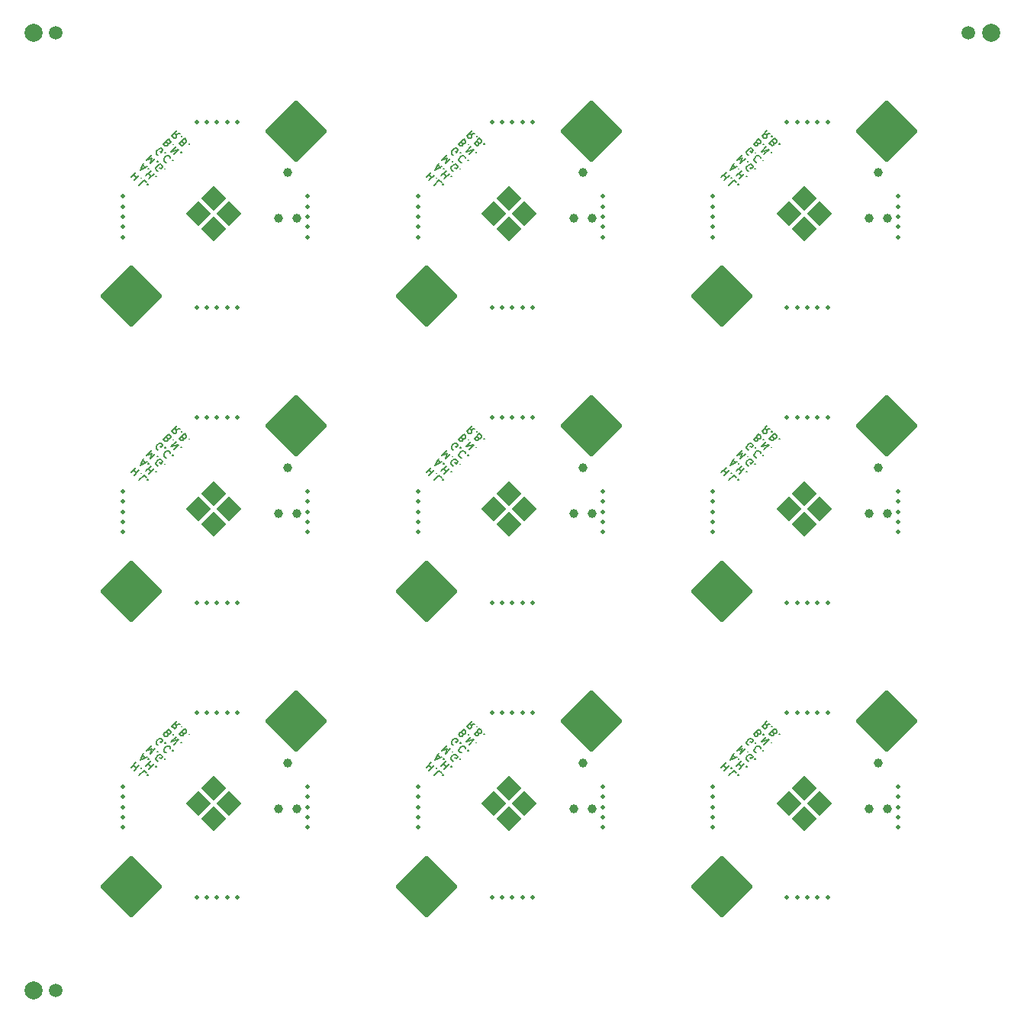
<source format=gbs>
%TF.GenerationSoftware,KiCad,Pcbnew,9.0.0-rc2-3baa6cd791~182~ubuntu24.04.1*%
%TF.CreationDate,2025-01-30T23:50:26-05:00*%
%TF.ProjectId,PCA20073_nRF54L15_Tiny_Board,50434132-3030-4373-935f-6e524635344c,rev?*%
%TF.SameCoordinates,Original*%
%TF.FileFunction,Soldermask,Bot*%
%TF.FilePolarity,Negative*%
%FSLAX46Y46*%
G04 Gerber Fmt 4.6, Leading zero omitted, Abs format (unit mm)*
G04 Created by KiCad (PCBNEW 9.0.0-rc2-3baa6cd791~182~ubuntu24.04.1) date 2025-01-30 23:50:26*
%MOMM*%
%LPD*%
G01*
G04 APERTURE LIST*
G04 Aperture macros list*
%AMRoundRect*
0 Rectangle with rounded corners*
0 $1 Rounding radius*
0 $2 $3 $4 $5 $6 $7 $8 $9 X,Y pos of 4 corners*
0 Add a 4 corners polygon primitive as box body*
4,1,4,$2,$3,$4,$5,$6,$7,$8,$9,$2,$3,0*
0 Add four circle primitives for the rounded corners*
1,1,$1+$1,$2,$3*
1,1,$1+$1,$4,$5*
1,1,$1+$1,$6,$7*
1,1,$1+$1,$8,$9*
0 Add four rect primitives between the rounded corners*
20,1,$1+$1,$2,$3,$4,$5,0*
20,1,$1+$1,$4,$5,$6,$7,0*
20,1,$1+$1,$6,$7,$8,$9,0*
20,1,$1+$1,$8,$9,$2,$3,0*%
G04 Aperture macros list end*
%ADD10C,0.200000*%
%ADD11C,0.500000*%
%ADD12C,1.500000*%
%ADD13C,0.990600*%
%ADD14C,2.000000*%
%ADD15RoundRect,0.250000X0.000000X3.181981X-3.181981X0.000000X0.000000X-3.181981X3.181981X0.000000X0*%
%ADD16RoundRect,0.125000X0.000000X1.237437X-1.237437X0.000000X0.000000X-1.237437X1.237437X0.000000X0*%
G04 APERTURE END LIST*
D10*
X172273059Y-73192029D02*
X171707374Y-73757714D01*
X171976748Y-73488340D02*
X172299997Y-73811589D01*
X172596308Y-73515277D02*
X172030623Y-74080963D01*
X172811807Y-73838526D02*
X172865682Y-73838526D01*
X172865682Y-73838526D02*
X172865682Y-73784651D01*
X172865682Y-73784651D02*
X172811807Y-73784651D01*
X172811807Y-73784651D02*
X172811807Y-73838526D01*
X172811807Y-73838526D02*
X172865682Y-73784651D01*
X173404430Y-74323399D02*
X173135056Y-74054025D01*
X173135056Y-74054025D02*
X172569370Y-74619710D01*
X173539117Y-74565836D02*
X173592992Y-74565836D01*
X173592992Y-74565836D02*
X173592992Y-74511961D01*
X173592992Y-74511961D02*
X173539117Y-74511961D01*
X173539117Y-74511961D02*
X173539117Y-74565836D01*
X173539117Y-74565836D02*
X173592992Y-74511961D01*
X172981751Y-72402525D02*
X173251125Y-72671899D01*
X173089501Y-72187026D02*
X172712377Y-72941273D01*
X172712377Y-72941273D02*
X173466625Y-72564150D01*
X173601311Y-72806586D02*
X173655186Y-72806586D01*
X173655186Y-72806586D02*
X173655186Y-72752711D01*
X173655186Y-72752711D02*
X173601311Y-72752711D01*
X173601311Y-72752711D02*
X173601311Y-72806586D01*
X173601311Y-72806586D02*
X173655186Y-72752711D01*
X173924560Y-73022085D02*
X173358875Y-73587771D01*
X173628249Y-73318397D02*
X173951497Y-73641645D01*
X174247809Y-73345334D02*
X173682123Y-73911019D01*
X174463308Y-73668583D02*
X174517183Y-73668583D01*
X174517183Y-73668583D02*
X174517183Y-73614708D01*
X174517183Y-73614708D02*
X174463308Y-73614708D01*
X174463308Y-73614708D02*
X174463308Y-73668583D01*
X174463308Y-73668583D02*
X174517183Y-73614708D01*
X174013691Y-71289772D02*
X173448006Y-71855458D01*
X173448006Y-71855458D02*
X174040628Y-71639958D01*
X174040628Y-71639958D02*
X173825129Y-72232581D01*
X173825129Y-72232581D02*
X174390815Y-71666896D01*
X174606314Y-71990145D02*
X174660189Y-71990145D01*
X174660189Y-71990145D02*
X174660189Y-71936270D01*
X174660189Y-71936270D02*
X174606314Y-71936270D01*
X174606314Y-71936270D02*
X174606314Y-71990145D01*
X174606314Y-71990145D02*
X174660189Y-71936270D01*
X174687126Y-73040703D02*
X174606314Y-73013766D01*
X174606314Y-73013766D02*
X174525502Y-72932954D01*
X174525502Y-72932954D02*
X174471627Y-72825204D01*
X174471627Y-72825204D02*
X174471627Y-72717454D01*
X174471627Y-72717454D02*
X174498564Y-72636642D01*
X174498564Y-72636642D02*
X174579376Y-72501955D01*
X174579376Y-72501955D02*
X174660189Y-72421143D01*
X174660189Y-72421143D02*
X174794876Y-72340331D01*
X174794876Y-72340331D02*
X174875688Y-72313393D01*
X174875688Y-72313393D02*
X174983437Y-72313393D01*
X174983437Y-72313393D02*
X175091187Y-72367268D01*
X175091187Y-72367268D02*
X175145062Y-72421143D01*
X175145062Y-72421143D02*
X175198937Y-72528893D01*
X175198937Y-72528893D02*
X175198937Y-72582767D01*
X175198937Y-72582767D02*
X175010375Y-72771329D01*
X175010375Y-72771329D02*
X174902625Y-72663580D01*
X175441373Y-72825204D02*
X175495248Y-72825204D01*
X175495248Y-72825204D02*
X175495248Y-72771329D01*
X175495248Y-72771329D02*
X175441373Y-72771329D01*
X175441373Y-72771329D02*
X175441373Y-72825204D01*
X175441373Y-72825204D02*
X175495248Y-72771329D01*
X174722383Y-71254516D02*
X174641570Y-71227578D01*
X174641570Y-71227578D02*
X174560758Y-71146766D01*
X174560758Y-71146766D02*
X174506883Y-71039017D01*
X174506883Y-71039017D02*
X174506883Y-70931267D01*
X174506883Y-70931267D02*
X174533821Y-70850455D01*
X174533821Y-70850455D02*
X174614633Y-70715768D01*
X174614633Y-70715768D02*
X174695445Y-70634956D01*
X174695445Y-70634956D02*
X174830132Y-70554143D01*
X174830132Y-70554143D02*
X174910944Y-70527206D01*
X174910944Y-70527206D02*
X175018694Y-70527206D01*
X175018694Y-70527206D02*
X175126444Y-70581081D01*
X175126444Y-70581081D02*
X175180318Y-70634956D01*
X175180318Y-70634956D02*
X175234193Y-70742705D01*
X175234193Y-70742705D02*
X175234193Y-70796580D01*
X175234193Y-70796580D02*
X175045631Y-70985142D01*
X175045631Y-70985142D02*
X174937882Y-70877392D01*
X175476630Y-71039017D02*
X175530505Y-71039017D01*
X175530505Y-71039017D02*
X175530505Y-70985142D01*
X175530505Y-70985142D02*
X175476630Y-70985142D01*
X175476630Y-70985142D02*
X175476630Y-71039017D01*
X175476630Y-71039017D02*
X175530505Y-70985142D01*
X176069252Y-71631639D02*
X176069252Y-71577764D01*
X176069252Y-71577764D02*
X176015378Y-71470015D01*
X176015378Y-71470015D02*
X175961503Y-71416140D01*
X175961503Y-71416140D02*
X175853753Y-71362265D01*
X175853753Y-71362265D02*
X175746004Y-71362265D01*
X175746004Y-71362265D02*
X175665191Y-71389203D01*
X175665191Y-71389203D02*
X175530504Y-71470015D01*
X175530504Y-71470015D02*
X175449692Y-71550827D01*
X175449692Y-71550827D02*
X175368880Y-71685514D01*
X175368880Y-71685514D02*
X175341943Y-71766326D01*
X175341943Y-71766326D02*
X175341943Y-71874076D01*
X175341943Y-71874076D02*
X175395817Y-71981825D01*
X175395817Y-71981825D02*
X175449692Y-72035700D01*
X175449692Y-72035700D02*
X175557442Y-72089575D01*
X175557442Y-72089575D02*
X175611317Y-72089575D01*
X176311689Y-71874076D02*
X176365564Y-71874076D01*
X176365564Y-71874076D02*
X176365564Y-71820201D01*
X176365564Y-71820201D02*
X176311689Y-71820201D01*
X176311689Y-71820201D02*
X176311689Y-71874076D01*
X176311689Y-71874076D02*
X176365564Y-71820201D01*
X175754323Y-69980139D02*
X175862073Y-70034014D01*
X175862073Y-70034014D02*
X175915948Y-70034014D01*
X175915948Y-70034014D02*
X175996760Y-70007077D01*
X175996760Y-70007077D02*
X176077572Y-69926265D01*
X176077572Y-69926265D02*
X176104510Y-69845452D01*
X176104510Y-69845452D02*
X176104510Y-69791578D01*
X176104510Y-69791578D02*
X176077572Y-69710765D01*
X176077572Y-69710765D02*
X175862073Y-69495266D01*
X175862073Y-69495266D02*
X175296388Y-70060952D01*
X175296388Y-70060952D02*
X175484949Y-70249513D01*
X175484949Y-70249513D02*
X175565762Y-70276451D01*
X175565762Y-70276451D02*
X175619636Y-70276451D01*
X175619636Y-70276451D02*
X175700449Y-70249513D01*
X175700449Y-70249513D02*
X175754323Y-70195639D01*
X175754323Y-70195639D02*
X175781261Y-70114826D01*
X175781261Y-70114826D02*
X175781261Y-70060952D01*
X175781261Y-70060952D02*
X175754323Y-69980139D01*
X175754323Y-69980139D02*
X175565762Y-69791578D01*
X176373884Y-70114826D02*
X176427758Y-70114826D01*
X176427758Y-70114826D02*
X176427758Y-70060952D01*
X176427758Y-70060952D02*
X176373884Y-70060952D01*
X176373884Y-70060952D02*
X176373884Y-70114826D01*
X176373884Y-70114826D02*
X176427758Y-70060952D01*
X176697132Y-70330325D02*
X176131447Y-70896011D01*
X176131447Y-70896011D02*
X177020381Y-70653574D01*
X177020381Y-70653574D02*
X176454696Y-71219260D01*
X177235880Y-70976823D02*
X177289755Y-70976823D01*
X177289755Y-70976823D02*
X177289755Y-70922948D01*
X177289755Y-70922948D02*
X177235880Y-70922948D01*
X177235880Y-70922948D02*
X177235880Y-70976823D01*
X177235880Y-70976823D02*
X177289755Y-70922948D01*
X177109512Y-68921261D02*
X176651576Y-69002073D01*
X176786263Y-68598012D02*
X176220578Y-69163698D01*
X176220578Y-69163698D02*
X176436077Y-69379197D01*
X176436077Y-69379197D02*
X176516889Y-69406134D01*
X176516889Y-69406134D02*
X176570764Y-69406134D01*
X176570764Y-69406134D02*
X176651576Y-69379197D01*
X176651576Y-69379197D02*
X176732388Y-69298385D01*
X176732388Y-69298385D02*
X176759326Y-69217573D01*
X176759326Y-69217573D02*
X176759326Y-69163698D01*
X176759326Y-69163698D02*
X176732388Y-69082886D01*
X176732388Y-69082886D02*
X176516889Y-68867386D01*
X177298074Y-69217573D02*
X177351949Y-69217573D01*
X177351949Y-69217573D02*
X177351949Y-69163698D01*
X177351949Y-69163698D02*
X177298074Y-69163698D01*
X177298074Y-69163698D02*
X177298074Y-69217573D01*
X177298074Y-69217573D02*
X177351949Y-69163698D01*
X177513573Y-69917945D02*
X177621322Y-69971820D01*
X177621322Y-69971820D02*
X177675197Y-69971820D01*
X177675197Y-69971820D02*
X177756009Y-69944882D01*
X177756009Y-69944882D02*
X177836822Y-69864070D01*
X177836822Y-69864070D02*
X177863759Y-69783258D01*
X177863759Y-69783258D02*
X177863759Y-69729383D01*
X177863759Y-69729383D02*
X177836822Y-69648571D01*
X177836822Y-69648571D02*
X177621322Y-69433072D01*
X177621322Y-69433072D02*
X177055637Y-69998757D01*
X177055637Y-69998757D02*
X177244199Y-70187319D01*
X177244199Y-70187319D02*
X177325011Y-70214256D01*
X177325011Y-70214256D02*
X177378886Y-70214256D01*
X177378886Y-70214256D02*
X177459698Y-70187319D01*
X177459698Y-70187319D02*
X177513573Y-70133444D01*
X177513573Y-70133444D02*
X177540510Y-70052632D01*
X177540510Y-70052632D02*
X177540510Y-69998757D01*
X177540510Y-69998757D02*
X177513573Y-69917945D01*
X177513573Y-69917945D02*
X177325011Y-69729383D01*
X178133133Y-70052632D02*
X178187008Y-70052632D01*
X178187008Y-70052632D02*
X178187008Y-69998757D01*
X178187008Y-69998757D02*
X178133133Y-69998757D01*
X178133133Y-69998757D02*
X178133133Y-70052632D01*
X178133133Y-70052632D02*
X178187008Y-69998757D01*
X139524322Y-105940766D02*
X138958637Y-106506451D01*
X139228011Y-106237077D02*
X139551260Y-106560326D01*
X139847571Y-106264014D02*
X139281886Y-106829700D01*
X140063070Y-106587263D02*
X140116945Y-106587263D01*
X140116945Y-106587263D02*
X140116945Y-106533388D01*
X140116945Y-106533388D02*
X140063070Y-106533388D01*
X140063070Y-106533388D02*
X140063070Y-106587263D01*
X140063070Y-106587263D02*
X140116945Y-106533388D01*
X140655693Y-107072136D02*
X140386319Y-106802762D01*
X140386319Y-106802762D02*
X139820633Y-107368447D01*
X140790380Y-107314573D02*
X140844255Y-107314573D01*
X140844255Y-107314573D02*
X140844255Y-107260698D01*
X140844255Y-107260698D02*
X140790380Y-107260698D01*
X140790380Y-107260698D02*
X140790380Y-107314573D01*
X140790380Y-107314573D02*
X140844255Y-107260698D01*
X140233014Y-105151262D02*
X140502388Y-105420636D01*
X140340764Y-104935763D02*
X139963640Y-105690010D01*
X139963640Y-105690010D02*
X140717888Y-105312887D01*
X140852574Y-105555323D02*
X140906449Y-105555323D01*
X140906449Y-105555323D02*
X140906449Y-105501448D01*
X140906449Y-105501448D02*
X140852574Y-105501448D01*
X140852574Y-105501448D02*
X140852574Y-105555323D01*
X140852574Y-105555323D02*
X140906449Y-105501448D01*
X141175823Y-105770822D02*
X140610138Y-106336508D01*
X140879512Y-106067134D02*
X141202760Y-106390382D01*
X141499072Y-106094071D02*
X140933386Y-106659756D01*
X141714571Y-106417320D02*
X141768446Y-106417320D01*
X141768446Y-106417320D02*
X141768446Y-106363445D01*
X141768446Y-106363445D02*
X141714571Y-106363445D01*
X141714571Y-106363445D02*
X141714571Y-106417320D01*
X141714571Y-106417320D02*
X141768446Y-106363445D01*
X141264954Y-104038509D02*
X140699269Y-104604195D01*
X140699269Y-104604195D02*
X141291891Y-104388695D01*
X141291891Y-104388695D02*
X141076392Y-104981318D01*
X141076392Y-104981318D02*
X141642078Y-104415633D01*
X141857577Y-104738882D02*
X141911452Y-104738882D01*
X141911452Y-104738882D02*
X141911452Y-104685007D01*
X141911452Y-104685007D02*
X141857577Y-104685007D01*
X141857577Y-104685007D02*
X141857577Y-104738882D01*
X141857577Y-104738882D02*
X141911452Y-104685007D01*
X141938389Y-105789440D02*
X141857577Y-105762503D01*
X141857577Y-105762503D02*
X141776765Y-105681691D01*
X141776765Y-105681691D02*
X141722890Y-105573941D01*
X141722890Y-105573941D02*
X141722890Y-105466191D01*
X141722890Y-105466191D02*
X141749827Y-105385379D01*
X141749827Y-105385379D02*
X141830639Y-105250692D01*
X141830639Y-105250692D02*
X141911452Y-105169880D01*
X141911452Y-105169880D02*
X142046139Y-105089068D01*
X142046139Y-105089068D02*
X142126951Y-105062130D01*
X142126951Y-105062130D02*
X142234700Y-105062130D01*
X142234700Y-105062130D02*
X142342450Y-105116005D01*
X142342450Y-105116005D02*
X142396325Y-105169880D01*
X142396325Y-105169880D02*
X142450200Y-105277630D01*
X142450200Y-105277630D02*
X142450200Y-105331504D01*
X142450200Y-105331504D02*
X142261638Y-105520066D01*
X142261638Y-105520066D02*
X142153888Y-105412317D01*
X142692636Y-105573941D02*
X142746511Y-105573941D01*
X142746511Y-105573941D02*
X142746511Y-105520066D01*
X142746511Y-105520066D02*
X142692636Y-105520066D01*
X142692636Y-105520066D02*
X142692636Y-105573941D01*
X142692636Y-105573941D02*
X142746511Y-105520066D01*
X141973646Y-104003253D02*
X141892833Y-103976315D01*
X141892833Y-103976315D02*
X141812021Y-103895503D01*
X141812021Y-103895503D02*
X141758146Y-103787754D01*
X141758146Y-103787754D02*
X141758146Y-103680004D01*
X141758146Y-103680004D02*
X141785084Y-103599192D01*
X141785084Y-103599192D02*
X141865896Y-103464505D01*
X141865896Y-103464505D02*
X141946708Y-103383693D01*
X141946708Y-103383693D02*
X142081395Y-103302880D01*
X142081395Y-103302880D02*
X142162207Y-103275943D01*
X142162207Y-103275943D02*
X142269957Y-103275943D01*
X142269957Y-103275943D02*
X142377707Y-103329818D01*
X142377707Y-103329818D02*
X142431581Y-103383693D01*
X142431581Y-103383693D02*
X142485456Y-103491442D01*
X142485456Y-103491442D02*
X142485456Y-103545317D01*
X142485456Y-103545317D02*
X142296894Y-103733879D01*
X142296894Y-103733879D02*
X142189145Y-103626129D01*
X142727893Y-103787754D02*
X142781768Y-103787754D01*
X142781768Y-103787754D02*
X142781768Y-103733879D01*
X142781768Y-103733879D02*
X142727893Y-103733879D01*
X142727893Y-103733879D02*
X142727893Y-103787754D01*
X142727893Y-103787754D02*
X142781768Y-103733879D01*
X143320515Y-104380376D02*
X143320515Y-104326501D01*
X143320515Y-104326501D02*
X143266641Y-104218752D01*
X143266641Y-104218752D02*
X143212766Y-104164877D01*
X143212766Y-104164877D02*
X143105016Y-104111002D01*
X143105016Y-104111002D02*
X142997267Y-104111002D01*
X142997267Y-104111002D02*
X142916454Y-104137940D01*
X142916454Y-104137940D02*
X142781767Y-104218752D01*
X142781767Y-104218752D02*
X142700955Y-104299564D01*
X142700955Y-104299564D02*
X142620143Y-104434251D01*
X142620143Y-104434251D02*
X142593206Y-104515063D01*
X142593206Y-104515063D02*
X142593206Y-104622813D01*
X142593206Y-104622813D02*
X142647080Y-104730562D01*
X142647080Y-104730562D02*
X142700955Y-104784437D01*
X142700955Y-104784437D02*
X142808705Y-104838312D01*
X142808705Y-104838312D02*
X142862580Y-104838312D01*
X143562952Y-104622813D02*
X143616827Y-104622813D01*
X143616827Y-104622813D02*
X143616827Y-104568938D01*
X143616827Y-104568938D02*
X143562952Y-104568938D01*
X143562952Y-104568938D02*
X143562952Y-104622813D01*
X143562952Y-104622813D02*
X143616827Y-104568938D01*
X143005586Y-102728876D02*
X143113336Y-102782751D01*
X143113336Y-102782751D02*
X143167211Y-102782751D01*
X143167211Y-102782751D02*
X143248023Y-102755814D01*
X143248023Y-102755814D02*
X143328835Y-102675002D01*
X143328835Y-102675002D02*
X143355773Y-102594189D01*
X143355773Y-102594189D02*
X143355773Y-102540315D01*
X143355773Y-102540315D02*
X143328835Y-102459502D01*
X143328835Y-102459502D02*
X143113336Y-102244003D01*
X143113336Y-102244003D02*
X142547651Y-102809689D01*
X142547651Y-102809689D02*
X142736212Y-102998250D01*
X142736212Y-102998250D02*
X142817025Y-103025188D01*
X142817025Y-103025188D02*
X142870899Y-103025188D01*
X142870899Y-103025188D02*
X142951712Y-102998250D01*
X142951712Y-102998250D02*
X143005586Y-102944376D01*
X143005586Y-102944376D02*
X143032524Y-102863563D01*
X143032524Y-102863563D02*
X143032524Y-102809689D01*
X143032524Y-102809689D02*
X143005586Y-102728876D01*
X143005586Y-102728876D02*
X142817025Y-102540315D01*
X143625147Y-102863563D02*
X143679021Y-102863563D01*
X143679021Y-102863563D02*
X143679021Y-102809689D01*
X143679021Y-102809689D02*
X143625147Y-102809689D01*
X143625147Y-102809689D02*
X143625147Y-102863563D01*
X143625147Y-102863563D02*
X143679021Y-102809689D01*
X143948395Y-103079062D02*
X143382710Y-103644748D01*
X143382710Y-103644748D02*
X144271644Y-103402311D01*
X144271644Y-103402311D02*
X143705959Y-103967997D01*
X144487143Y-103725560D02*
X144541018Y-103725560D01*
X144541018Y-103725560D02*
X144541018Y-103671685D01*
X144541018Y-103671685D02*
X144487143Y-103671685D01*
X144487143Y-103671685D02*
X144487143Y-103725560D01*
X144487143Y-103725560D02*
X144541018Y-103671685D01*
X144360775Y-101669998D02*
X143902839Y-101750810D01*
X144037526Y-101346749D02*
X143471841Y-101912435D01*
X143471841Y-101912435D02*
X143687340Y-102127934D01*
X143687340Y-102127934D02*
X143768152Y-102154871D01*
X143768152Y-102154871D02*
X143822027Y-102154871D01*
X143822027Y-102154871D02*
X143902839Y-102127934D01*
X143902839Y-102127934D02*
X143983651Y-102047122D01*
X143983651Y-102047122D02*
X144010589Y-101966310D01*
X144010589Y-101966310D02*
X144010589Y-101912435D01*
X144010589Y-101912435D02*
X143983651Y-101831623D01*
X143983651Y-101831623D02*
X143768152Y-101616123D01*
X144549337Y-101966310D02*
X144603212Y-101966310D01*
X144603212Y-101966310D02*
X144603212Y-101912435D01*
X144603212Y-101912435D02*
X144549337Y-101912435D01*
X144549337Y-101912435D02*
X144549337Y-101966310D01*
X144549337Y-101966310D02*
X144603212Y-101912435D01*
X144764836Y-102666682D02*
X144872585Y-102720557D01*
X144872585Y-102720557D02*
X144926460Y-102720557D01*
X144926460Y-102720557D02*
X145007272Y-102693619D01*
X145007272Y-102693619D02*
X145088085Y-102612807D01*
X145088085Y-102612807D02*
X145115022Y-102531995D01*
X145115022Y-102531995D02*
X145115022Y-102478120D01*
X145115022Y-102478120D02*
X145088085Y-102397308D01*
X145088085Y-102397308D02*
X144872585Y-102181809D01*
X144872585Y-102181809D02*
X144306900Y-102747494D01*
X144306900Y-102747494D02*
X144495462Y-102936056D01*
X144495462Y-102936056D02*
X144576274Y-102962993D01*
X144576274Y-102962993D02*
X144630149Y-102962993D01*
X144630149Y-102962993D02*
X144710961Y-102936056D01*
X144710961Y-102936056D02*
X144764836Y-102882181D01*
X144764836Y-102882181D02*
X144791773Y-102801369D01*
X144791773Y-102801369D02*
X144791773Y-102747494D01*
X144791773Y-102747494D02*
X144764836Y-102666682D01*
X144764836Y-102666682D02*
X144576274Y-102478120D01*
X145384396Y-102801369D02*
X145438271Y-102801369D01*
X145438271Y-102801369D02*
X145438271Y-102747494D01*
X145438271Y-102747494D02*
X145384396Y-102747494D01*
X145384396Y-102747494D02*
X145384396Y-102801369D01*
X145384396Y-102801369D02*
X145438271Y-102747494D01*
X139524322Y-40443292D02*
X138958637Y-41008977D01*
X139228011Y-40739603D02*
X139551260Y-41062852D01*
X139847571Y-40766540D02*
X139281886Y-41332226D01*
X140063070Y-41089789D02*
X140116945Y-41089789D01*
X140116945Y-41089789D02*
X140116945Y-41035914D01*
X140116945Y-41035914D02*
X140063070Y-41035914D01*
X140063070Y-41035914D02*
X140063070Y-41089789D01*
X140063070Y-41089789D02*
X140116945Y-41035914D01*
X140655693Y-41574662D02*
X140386319Y-41305288D01*
X140386319Y-41305288D02*
X139820633Y-41870973D01*
X140790380Y-41817099D02*
X140844255Y-41817099D01*
X140844255Y-41817099D02*
X140844255Y-41763224D01*
X140844255Y-41763224D02*
X140790380Y-41763224D01*
X140790380Y-41763224D02*
X140790380Y-41817099D01*
X140790380Y-41817099D02*
X140844255Y-41763224D01*
X140233014Y-39653788D02*
X140502388Y-39923162D01*
X140340764Y-39438289D02*
X139963640Y-40192536D01*
X139963640Y-40192536D02*
X140717888Y-39815413D01*
X140852574Y-40057849D02*
X140906449Y-40057849D01*
X140906449Y-40057849D02*
X140906449Y-40003974D01*
X140906449Y-40003974D02*
X140852574Y-40003974D01*
X140852574Y-40003974D02*
X140852574Y-40057849D01*
X140852574Y-40057849D02*
X140906449Y-40003974D01*
X141175823Y-40273348D02*
X140610138Y-40839034D01*
X140879512Y-40569660D02*
X141202760Y-40892908D01*
X141499072Y-40596597D02*
X140933386Y-41162282D01*
X141714571Y-40919846D02*
X141768446Y-40919846D01*
X141768446Y-40919846D02*
X141768446Y-40865971D01*
X141768446Y-40865971D02*
X141714571Y-40865971D01*
X141714571Y-40865971D02*
X141714571Y-40919846D01*
X141714571Y-40919846D02*
X141768446Y-40865971D01*
X141264954Y-38541035D02*
X140699269Y-39106721D01*
X140699269Y-39106721D02*
X141291891Y-38891221D01*
X141291891Y-38891221D02*
X141076392Y-39483844D01*
X141076392Y-39483844D02*
X141642078Y-38918159D01*
X141857577Y-39241408D02*
X141911452Y-39241408D01*
X141911452Y-39241408D02*
X141911452Y-39187533D01*
X141911452Y-39187533D02*
X141857577Y-39187533D01*
X141857577Y-39187533D02*
X141857577Y-39241408D01*
X141857577Y-39241408D02*
X141911452Y-39187533D01*
X141938389Y-40291966D02*
X141857577Y-40265029D01*
X141857577Y-40265029D02*
X141776765Y-40184217D01*
X141776765Y-40184217D02*
X141722890Y-40076467D01*
X141722890Y-40076467D02*
X141722890Y-39968717D01*
X141722890Y-39968717D02*
X141749827Y-39887905D01*
X141749827Y-39887905D02*
X141830639Y-39753218D01*
X141830639Y-39753218D02*
X141911452Y-39672406D01*
X141911452Y-39672406D02*
X142046139Y-39591594D01*
X142046139Y-39591594D02*
X142126951Y-39564656D01*
X142126951Y-39564656D02*
X142234700Y-39564656D01*
X142234700Y-39564656D02*
X142342450Y-39618531D01*
X142342450Y-39618531D02*
X142396325Y-39672406D01*
X142396325Y-39672406D02*
X142450200Y-39780156D01*
X142450200Y-39780156D02*
X142450200Y-39834030D01*
X142450200Y-39834030D02*
X142261638Y-40022592D01*
X142261638Y-40022592D02*
X142153888Y-39914843D01*
X142692636Y-40076467D02*
X142746511Y-40076467D01*
X142746511Y-40076467D02*
X142746511Y-40022592D01*
X142746511Y-40022592D02*
X142692636Y-40022592D01*
X142692636Y-40022592D02*
X142692636Y-40076467D01*
X142692636Y-40076467D02*
X142746511Y-40022592D01*
X141973646Y-38505779D02*
X141892833Y-38478841D01*
X141892833Y-38478841D02*
X141812021Y-38398029D01*
X141812021Y-38398029D02*
X141758146Y-38290280D01*
X141758146Y-38290280D02*
X141758146Y-38182530D01*
X141758146Y-38182530D02*
X141785084Y-38101718D01*
X141785084Y-38101718D02*
X141865896Y-37967031D01*
X141865896Y-37967031D02*
X141946708Y-37886219D01*
X141946708Y-37886219D02*
X142081395Y-37805406D01*
X142081395Y-37805406D02*
X142162207Y-37778469D01*
X142162207Y-37778469D02*
X142269957Y-37778469D01*
X142269957Y-37778469D02*
X142377707Y-37832344D01*
X142377707Y-37832344D02*
X142431581Y-37886219D01*
X142431581Y-37886219D02*
X142485456Y-37993968D01*
X142485456Y-37993968D02*
X142485456Y-38047843D01*
X142485456Y-38047843D02*
X142296894Y-38236405D01*
X142296894Y-38236405D02*
X142189145Y-38128655D01*
X142727893Y-38290280D02*
X142781768Y-38290280D01*
X142781768Y-38290280D02*
X142781768Y-38236405D01*
X142781768Y-38236405D02*
X142727893Y-38236405D01*
X142727893Y-38236405D02*
X142727893Y-38290280D01*
X142727893Y-38290280D02*
X142781768Y-38236405D01*
X143320515Y-38882902D02*
X143320515Y-38829027D01*
X143320515Y-38829027D02*
X143266641Y-38721278D01*
X143266641Y-38721278D02*
X143212766Y-38667403D01*
X143212766Y-38667403D02*
X143105016Y-38613528D01*
X143105016Y-38613528D02*
X142997267Y-38613528D01*
X142997267Y-38613528D02*
X142916454Y-38640466D01*
X142916454Y-38640466D02*
X142781767Y-38721278D01*
X142781767Y-38721278D02*
X142700955Y-38802090D01*
X142700955Y-38802090D02*
X142620143Y-38936777D01*
X142620143Y-38936777D02*
X142593206Y-39017589D01*
X142593206Y-39017589D02*
X142593206Y-39125339D01*
X142593206Y-39125339D02*
X142647080Y-39233088D01*
X142647080Y-39233088D02*
X142700955Y-39286963D01*
X142700955Y-39286963D02*
X142808705Y-39340838D01*
X142808705Y-39340838D02*
X142862580Y-39340838D01*
X143562952Y-39125339D02*
X143616827Y-39125339D01*
X143616827Y-39125339D02*
X143616827Y-39071464D01*
X143616827Y-39071464D02*
X143562952Y-39071464D01*
X143562952Y-39071464D02*
X143562952Y-39125339D01*
X143562952Y-39125339D02*
X143616827Y-39071464D01*
X143005586Y-37231402D02*
X143113336Y-37285277D01*
X143113336Y-37285277D02*
X143167211Y-37285277D01*
X143167211Y-37285277D02*
X143248023Y-37258340D01*
X143248023Y-37258340D02*
X143328835Y-37177528D01*
X143328835Y-37177528D02*
X143355773Y-37096715D01*
X143355773Y-37096715D02*
X143355773Y-37042841D01*
X143355773Y-37042841D02*
X143328835Y-36962028D01*
X143328835Y-36962028D02*
X143113336Y-36746529D01*
X143113336Y-36746529D02*
X142547651Y-37312215D01*
X142547651Y-37312215D02*
X142736212Y-37500776D01*
X142736212Y-37500776D02*
X142817025Y-37527714D01*
X142817025Y-37527714D02*
X142870899Y-37527714D01*
X142870899Y-37527714D02*
X142951712Y-37500776D01*
X142951712Y-37500776D02*
X143005586Y-37446902D01*
X143005586Y-37446902D02*
X143032524Y-37366089D01*
X143032524Y-37366089D02*
X143032524Y-37312215D01*
X143032524Y-37312215D02*
X143005586Y-37231402D01*
X143005586Y-37231402D02*
X142817025Y-37042841D01*
X143625147Y-37366089D02*
X143679021Y-37366089D01*
X143679021Y-37366089D02*
X143679021Y-37312215D01*
X143679021Y-37312215D02*
X143625147Y-37312215D01*
X143625147Y-37312215D02*
X143625147Y-37366089D01*
X143625147Y-37366089D02*
X143679021Y-37312215D01*
X143948395Y-37581588D02*
X143382710Y-38147274D01*
X143382710Y-38147274D02*
X144271644Y-37904837D01*
X144271644Y-37904837D02*
X143705959Y-38470523D01*
X144487143Y-38228086D02*
X144541018Y-38228086D01*
X144541018Y-38228086D02*
X144541018Y-38174211D01*
X144541018Y-38174211D02*
X144487143Y-38174211D01*
X144487143Y-38174211D02*
X144487143Y-38228086D01*
X144487143Y-38228086D02*
X144541018Y-38174211D01*
X144360775Y-36172524D02*
X143902839Y-36253336D01*
X144037526Y-35849275D02*
X143471841Y-36414961D01*
X143471841Y-36414961D02*
X143687340Y-36630460D01*
X143687340Y-36630460D02*
X143768152Y-36657397D01*
X143768152Y-36657397D02*
X143822027Y-36657397D01*
X143822027Y-36657397D02*
X143902839Y-36630460D01*
X143902839Y-36630460D02*
X143983651Y-36549648D01*
X143983651Y-36549648D02*
X144010589Y-36468836D01*
X144010589Y-36468836D02*
X144010589Y-36414961D01*
X144010589Y-36414961D02*
X143983651Y-36334149D01*
X143983651Y-36334149D02*
X143768152Y-36118649D01*
X144549337Y-36468836D02*
X144603212Y-36468836D01*
X144603212Y-36468836D02*
X144603212Y-36414961D01*
X144603212Y-36414961D02*
X144549337Y-36414961D01*
X144549337Y-36414961D02*
X144549337Y-36468836D01*
X144549337Y-36468836D02*
X144603212Y-36414961D01*
X144764836Y-37169208D02*
X144872585Y-37223083D01*
X144872585Y-37223083D02*
X144926460Y-37223083D01*
X144926460Y-37223083D02*
X145007272Y-37196145D01*
X145007272Y-37196145D02*
X145088085Y-37115333D01*
X145088085Y-37115333D02*
X145115022Y-37034521D01*
X145115022Y-37034521D02*
X145115022Y-36980646D01*
X145115022Y-36980646D02*
X145088085Y-36899834D01*
X145088085Y-36899834D02*
X144872585Y-36684335D01*
X144872585Y-36684335D02*
X144306900Y-37250020D01*
X144306900Y-37250020D02*
X144495462Y-37438582D01*
X144495462Y-37438582D02*
X144576274Y-37465519D01*
X144576274Y-37465519D02*
X144630149Y-37465519D01*
X144630149Y-37465519D02*
X144710961Y-37438582D01*
X144710961Y-37438582D02*
X144764836Y-37384707D01*
X144764836Y-37384707D02*
X144791773Y-37303895D01*
X144791773Y-37303895D02*
X144791773Y-37250020D01*
X144791773Y-37250020D02*
X144764836Y-37169208D01*
X144764836Y-37169208D02*
X144576274Y-36980646D01*
X145384396Y-37303895D02*
X145438271Y-37303895D01*
X145438271Y-37303895D02*
X145438271Y-37250020D01*
X145438271Y-37250020D02*
X145384396Y-37250020D01*
X145384396Y-37250020D02*
X145384396Y-37303895D01*
X145384396Y-37303895D02*
X145438271Y-37250020D01*
X172273059Y-40443292D02*
X171707374Y-41008977D01*
X171976748Y-40739603D02*
X172299997Y-41062852D01*
X172596308Y-40766540D02*
X172030623Y-41332226D01*
X172811807Y-41089789D02*
X172865682Y-41089789D01*
X172865682Y-41089789D02*
X172865682Y-41035914D01*
X172865682Y-41035914D02*
X172811807Y-41035914D01*
X172811807Y-41035914D02*
X172811807Y-41089789D01*
X172811807Y-41089789D02*
X172865682Y-41035914D01*
X173404430Y-41574662D02*
X173135056Y-41305288D01*
X173135056Y-41305288D02*
X172569370Y-41870973D01*
X173539117Y-41817099D02*
X173592992Y-41817099D01*
X173592992Y-41817099D02*
X173592992Y-41763224D01*
X173592992Y-41763224D02*
X173539117Y-41763224D01*
X173539117Y-41763224D02*
X173539117Y-41817099D01*
X173539117Y-41817099D02*
X173592992Y-41763224D01*
X172981751Y-39653788D02*
X173251125Y-39923162D01*
X173089501Y-39438289D02*
X172712377Y-40192536D01*
X172712377Y-40192536D02*
X173466625Y-39815413D01*
X173601311Y-40057849D02*
X173655186Y-40057849D01*
X173655186Y-40057849D02*
X173655186Y-40003974D01*
X173655186Y-40003974D02*
X173601311Y-40003974D01*
X173601311Y-40003974D02*
X173601311Y-40057849D01*
X173601311Y-40057849D02*
X173655186Y-40003974D01*
X173924560Y-40273348D02*
X173358875Y-40839034D01*
X173628249Y-40569660D02*
X173951497Y-40892908D01*
X174247809Y-40596597D02*
X173682123Y-41162282D01*
X174463308Y-40919846D02*
X174517183Y-40919846D01*
X174517183Y-40919846D02*
X174517183Y-40865971D01*
X174517183Y-40865971D02*
X174463308Y-40865971D01*
X174463308Y-40865971D02*
X174463308Y-40919846D01*
X174463308Y-40919846D02*
X174517183Y-40865971D01*
X174013691Y-38541035D02*
X173448006Y-39106721D01*
X173448006Y-39106721D02*
X174040628Y-38891221D01*
X174040628Y-38891221D02*
X173825129Y-39483844D01*
X173825129Y-39483844D02*
X174390815Y-38918159D01*
X174606314Y-39241408D02*
X174660189Y-39241408D01*
X174660189Y-39241408D02*
X174660189Y-39187533D01*
X174660189Y-39187533D02*
X174606314Y-39187533D01*
X174606314Y-39187533D02*
X174606314Y-39241408D01*
X174606314Y-39241408D02*
X174660189Y-39187533D01*
X174687126Y-40291966D02*
X174606314Y-40265029D01*
X174606314Y-40265029D02*
X174525502Y-40184217D01*
X174525502Y-40184217D02*
X174471627Y-40076467D01*
X174471627Y-40076467D02*
X174471627Y-39968717D01*
X174471627Y-39968717D02*
X174498564Y-39887905D01*
X174498564Y-39887905D02*
X174579376Y-39753218D01*
X174579376Y-39753218D02*
X174660189Y-39672406D01*
X174660189Y-39672406D02*
X174794876Y-39591594D01*
X174794876Y-39591594D02*
X174875688Y-39564656D01*
X174875688Y-39564656D02*
X174983437Y-39564656D01*
X174983437Y-39564656D02*
X175091187Y-39618531D01*
X175091187Y-39618531D02*
X175145062Y-39672406D01*
X175145062Y-39672406D02*
X175198937Y-39780156D01*
X175198937Y-39780156D02*
X175198937Y-39834030D01*
X175198937Y-39834030D02*
X175010375Y-40022592D01*
X175010375Y-40022592D02*
X174902625Y-39914843D01*
X175441373Y-40076467D02*
X175495248Y-40076467D01*
X175495248Y-40076467D02*
X175495248Y-40022592D01*
X175495248Y-40022592D02*
X175441373Y-40022592D01*
X175441373Y-40022592D02*
X175441373Y-40076467D01*
X175441373Y-40076467D02*
X175495248Y-40022592D01*
X174722383Y-38505779D02*
X174641570Y-38478841D01*
X174641570Y-38478841D02*
X174560758Y-38398029D01*
X174560758Y-38398029D02*
X174506883Y-38290280D01*
X174506883Y-38290280D02*
X174506883Y-38182530D01*
X174506883Y-38182530D02*
X174533821Y-38101718D01*
X174533821Y-38101718D02*
X174614633Y-37967031D01*
X174614633Y-37967031D02*
X174695445Y-37886219D01*
X174695445Y-37886219D02*
X174830132Y-37805406D01*
X174830132Y-37805406D02*
X174910944Y-37778469D01*
X174910944Y-37778469D02*
X175018694Y-37778469D01*
X175018694Y-37778469D02*
X175126444Y-37832344D01*
X175126444Y-37832344D02*
X175180318Y-37886219D01*
X175180318Y-37886219D02*
X175234193Y-37993968D01*
X175234193Y-37993968D02*
X175234193Y-38047843D01*
X175234193Y-38047843D02*
X175045631Y-38236405D01*
X175045631Y-38236405D02*
X174937882Y-38128655D01*
X175476630Y-38290280D02*
X175530505Y-38290280D01*
X175530505Y-38290280D02*
X175530505Y-38236405D01*
X175530505Y-38236405D02*
X175476630Y-38236405D01*
X175476630Y-38236405D02*
X175476630Y-38290280D01*
X175476630Y-38290280D02*
X175530505Y-38236405D01*
X176069252Y-38882902D02*
X176069252Y-38829027D01*
X176069252Y-38829027D02*
X176015378Y-38721278D01*
X176015378Y-38721278D02*
X175961503Y-38667403D01*
X175961503Y-38667403D02*
X175853753Y-38613528D01*
X175853753Y-38613528D02*
X175746004Y-38613528D01*
X175746004Y-38613528D02*
X175665191Y-38640466D01*
X175665191Y-38640466D02*
X175530504Y-38721278D01*
X175530504Y-38721278D02*
X175449692Y-38802090D01*
X175449692Y-38802090D02*
X175368880Y-38936777D01*
X175368880Y-38936777D02*
X175341943Y-39017589D01*
X175341943Y-39017589D02*
X175341943Y-39125339D01*
X175341943Y-39125339D02*
X175395817Y-39233088D01*
X175395817Y-39233088D02*
X175449692Y-39286963D01*
X175449692Y-39286963D02*
X175557442Y-39340838D01*
X175557442Y-39340838D02*
X175611317Y-39340838D01*
X176311689Y-39125339D02*
X176365564Y-39125339D01*
X176365564Y-39125339D02*
X176365564Y-39071464D01*
X176365564Y-39071464D02*
X176311689Y-39071464D01*
X176311689Y-39071464D02*
X176311689Y-39125339D01*
X176311689Y-39125339D02*
X176365564Y-39071464D01*
X175754323Y-37231402D02*
X175862073Y-37285277D01*
X175862073Y-37285277D02*
X175915948Y-37285277D01*
X175915948Y-37285277D02*
X175996760Y-37258340D01*
X175996760Y-37258340D02*
X176077572Y-37177528D01*
X176077572Y-37177528D02*
X176104510Y-37096715D01*
X176104510Y-37096715D02*
X176104510Y-37042841D01*
X176104510Y-37042841D02*
X176077572Y-36962028D01*
X176077572Y-36962028D02*
X175862073Y-36746529D01*
X175862073Y-36746529D02*
X175296388Y-37312215D01*
X175296388Y-37312215D02*
X175484949Y-37500776D01*
X175484949Y-37500776D02*
X175565762Y-37527714D01*
X175565762Y-37527714D02*
X175619636Y-37527714D01*
X175619636Y-37527714D02*
X175700449Y-37500776D01*
X175700449Y-37500776D02*
X175754323Y-37446902D01*
X175754323Y-37446902D02*
X175781261Y-37366089D01*
X175781261Y-37366089D02*
X175781261Y-37312215D01*
X175781261Y-37312215D02*
X175754323Y-37231402D01*
X175754323Y-37231402D02*
X175565762Y-37042841D01*
X176373884Y-37366089D02*
X176427758Y-37366089D01*
X176427758Y-37366089D02*
X176427758Y-37312215D01*
X176427758Y-37312215D02*
X176373884Y-37312215D01*
X176373884Y-37312215D02*
X176373884Y-37366089D01*
X176373884Y-37366089D02*
X176427758Y-37312215D01*
X176697132Y-37581588D02*
X176131447Y-38147274D01*
X176131447Y-38147274D02*
X177020381Y-37904837D01*
X177020381Y-37904837D02*
X176454696Y-38470523D01*
X177235880Y-38228086D02*
X177289755Y-38228086D01*
X177289755Y-38228086D02*
X177289755Y-38174211D01*
X177289755Y-38174211D02*
X177235880Y-38174211D01*
X177235880Y-38174211D02*
X177235880Y-38228086D01*
X177235880Y-38228086D02*
X177289755Y-38174211D01*
X177109512Y-36172524D02*
X176651576Y-36253336D01*
X176786263Y-35849275D02*
X176220578Y-36414961D01*
X176220578Y-36414961D02*
X176436077Y-36630460D01*
X176436077Y-36630460D02*
X176516889Y-36657397D01*
X176516889Y-36657397D02*
X176570764Y-36657397D01*
X176570764Y-36657397D02*
X176651576Y-36630460D01*
X176651576Y-36630460D02*
X176732388Y-36549648D01*
X176732388Y-36549648D02*
X176759326Y-36468836D01*
X176759326Y-36468836D02*
X176759326Y-36414961D01*
X176759326Y-36414961D02*
X176732388Y-36334149D01*
X176732388Y-36334149D02*
X176516889Y-36118649D01*
X177298074Y-36468836D02*
X177351949Y-36468836D01*
X177351949Y-36468836D02*
X177351949Y-36414961D01*
X177351949Y-36414961D02*
X177298074Y-36414961D01*
X177298074Y-36414961D02*
X177298074Y-36468836D01*
X177298074Y-36468836D02*
X177351949Y-36414961D01*
X177513573Y-37169208D02*
X177621322Y-37223083D01*
X177621322Y-37223083D02*
X177675197Y-37223083D01*
X177675197Y-37223083D02*
X177756009Y-37196145D01*
X177756009Y-37196145D02*
X177836822Y-37115333D01*
X177836822Y-37115333D02*
X177863759Y-37034521D01*
X177863759Y-37034521D02*
X177863759Y-36980646D01*
X177863759Y-36980646D02*
X177836822Y-36899834D01*
X177836822Y-36899834D02*
X177621322Y-36684335D01*
X177621322Y-36684335D02*
X177055637Y-37250020D01*
X177055637Y-37250020D02*
X177244199Y-37438582D01*
X177244199Y-37438582D02*
X177325011Y-37465519D01*
X177325011Y-37465519D02*
X177378886Y-37465519D01*
X177378886Y-37465519D02*
X177459698Y-37438582D01*
X177459698Y-37438582D02*
X177513573Y-37384707D01*
X177513573Y-37384707D02*
X177540510Y-37303895D01*
X177540510Y-37303895D02*
X177540510Y-37250020D01*
X177540510Y-37250020D02*
X177513573Y-37169208D01*
X177513573Y-37169208D02*
X177325011Y-36980646D01*
X178133133Y-37303895D02*
X178187008Y-37303895D01*
X178187008Y-37303895D02*
X178187008Y-37250020D01*
X178187008Y-37250020D02*
X178133133Y-37250020D01*
X178133133Y-37250020D02*
X178133133Y-37303895D01*
X178133133Y-37303895D02*
X178187008Y-37250020D01*
X172273059Y-105940766D02*
X171707374Y-106506451D01*
X171976748Y-106237077D02*
X172299997Y-106560326D01*
X172596308Y-106264014D02*
X172030623Y-106829700D01*
X172811807Y-106587263D02*
X172865682Y-106587263D01*
X172865682Y-106587263D02*
X172865682Y-106533388D01*
X172865682Y-106533388D02*
X172811807Y-106533388D01*
X172811807Y-106533388D02*
X172811807Y-106587263D01*
X172811807Y-106587263D02*
X172865682Y-106533388D01*
X173404430Y-107072136D02*
X173135056Y-106802762D01*
X173135056Y-106802762D02*
X172569370Y-107368447D01*
X173539117Y-107314573D02*
X173592992Y-107314573D01*
X173592992Y-107314573D02*
X173592992Y-107260698D01*
X173592992Y-107260698D02*
X173539117Y-107260698D01*
X173539117Y-107260698D02*
X173539117Y-107314573D01*
X173539117Y-107314573D02*
X173592992Y-107260698D01*
X172981751Y-105151262D02*
X173251125Y-105420636D01*
X173089501Y-104935763D02*
X172712377Y-105690010D01*
X172712377Y-105690010D02*
X173466625Y-105312887D01*
X173601311Y-105555323D02*
X173655186Y-105555323D01*
X173655186Y-105555323D02*
X173655186Y-105501448D01*
X173655186Y-105501448D02*
X173601311Y-105501448D01*
X173601311Y-105501448D02*
X173601311Y-105555323D01*
X173601311Y-105555323D02*
X173655186Y-105501448D01*
X173924560Y-105770822D02*
X173358875Y-106336508D01*
X173628249Y-106067134D02*
X173951497Y-106390382D01*
X174247809Y-106094071D02*
X173682123Y-106659756D01*
X174463308Y-106417320D02*
X174517183Y-106417320D01*
X174517183Y-106417320D02*
X174517183Y-106363445D01*
X174517183Y-106363445D02*
X174463308Y-106363445D01*
X174463308Y-106363445D02*
X174463308Y-106417320D01*
X174463308Y-106417320D02*
X174517183Y-106363445D01*
X174013691Y-104038509D02*
X173448006Y-104604195D01*
X173448006Y-104604195D02*
X174040628Y-104388695D01*
X174040628Y-104388695D02*
X173825129Y-104981318D01*
X173825129Y-104981318D02*
X174390815Y-104415633D01*
X174606314Y-104738882D02*
X174660189Y-104738882D01*
X174660189Y-104738882D02*
X174660189Y-104685007D01*
X174660189Y-104685007D02*
X174606314Y-104685007D01*
X174606314Y-104685007D02*
X174606314Y-104738882D01*
X174606314Y-104738882D02*
X174660189Y-104685007D01*
X174687126Y-105789440D02*
X174606314Y-105762503D01*
X174606314Y-105762503D02*
X174525502Y-105681691D01*
X174525502Y-105681691D02*
X174471627Y-105573941D01*
X174471627Y-105573941D02*
X174471627Y-105466191D01*
X174471627Y-105466191D02*
X174498564Y-105385379D01*
X174498564Y-105385379D02*
X174579376Y-105250692D01*
X174579376Y-105250692D02*
X174660189Y-105169880D01*
X174660189Y-105169880D02*
X174794876Y-105089068D01*
X174794876Y-105089068D02*
X174875688Y-105062130D01*
X174875688Y-105062130D02*
X174983437Y-105062130D01*
X174983437Y-105062130D02*
X175091187Y-105116005D01*
X175091187Y-105116005D02*
X175145062Y-105169880D01*
X175145062Y-105169880D02*
X175198937Y-105277630D01*
X175198937Y-105277630D02*
X175198937Y-105331504D01*
X175198937Y-105331504D02*
X175010375Y-105520066D01*
X175010375Y-105520066D02*
X174902625Y-105412317D01*
X175441373Y-105573941D02*
X175495248Y-105573941D01*
X175495248Y-105573941D02*
X175495248Y-105520066D01*
X175495248Y-105520066D02*
X175441373Y-105520066D01*
X175441373Y-105520066D02*
X175441373Y-105573941D01*
X175441373Y-105573941D02*
X175495248Y-105520066D01*
X174722383Y-104003253D02*
X174641570Y-103976315D01*
X174641570Y-103976315D02*
X174560758Y-103895503D01*
X174560758Y-103895503D02*
X174506883Y-103787754D01*
X174506883Y-103787754D02*
X174506883Y-103680004D01*
X174506883Y-103680004D02*
X174533821Y-103599192D01*
X174533821Y-103599192D02*
X174614633Y-103464505D01*
X174614633Y-103464505D02*
X174695445Y-103383693D01*
X174695445Y-103383693D02*
X174830132Y-103302880D01*
X174830132Y-103302880D02*
X174910944Y-103275943D01*
X174910944Y-103275943D02*
X175018694Y-103275943D01*
X175018694Y-103275943D02*
X175126444Y-103329818D01*
X175126444Y-103329818D02*
X175180318Y-103383693D01*
X175180318Y-103383693D02*
X175234193Y-103491442D01*
X175234193Y-103491442D02*
X175234193Y-103545317D01*
X175234193Y-103545317D02*
X175045631Y-103733879D01*
X175045631Y-103733879D02*
X174937882Y-103626129D01*
X175476630Y-103787754D02*
X175530505Y-103787754D01*
X175530505Y-103787754D02*
X175530505Y-103733879D01*
X175530505Y-103733879D02*
X175476630Y-103733879D01*
X175476630Y-103733879D02*
X175476630Y-103787754D01*
X175476630Y-103787754D02*
X175530505Y-103733879D01*
X176069252Y-104380376D02*
X176069252Y-104326501D01*
X176069252Y-104326501D02*
X176015378Y-104218752D01*
X176015378Y-104218752D02*
X175961503Y-104164877D01*
X175961503Y-104164877D02*
X175853753Y-104111002D01*
X175853753Y-104111002D02*
X175746004Y-104111002D01*
X175746004Y-104111002D02*
X175665191Y-104137940D01*
X175665191Y-104137940D02*
X175530504Y-104218752D01*
X175530504Y-104218752D02*
X175449692Y-104299564D01*
X175449692Y-104299564D02*
X175368880Y-104434251D01*
X175368880Y-104434251D02*
X175341943Y-104515063D01*
X175341943Y-104515063D02*
X175341943Y-104622813D01*
X175341943Y-104622813D02*
X175395817Y-104730562D01*
X175395817Y-104730562D02*
X175449692Y-104784437D01*
X175449692Y-104784437D02*
X175557442Y-104838312D01*
X175557442Y-104838312D02*
X175611317Y-104838312D01*
X176311689Y-104622813D02*
X176365564Y-104622813D01*
X176365564Y-104622813D02*
X176365564Y-104568938D01*
X176365564Y-104568938D02*
X176311689Y-104568938D01*
X176311689Y-104568938D02*
X176311689Y-104622813D01*
X176311689Y-104622813D02*
X176365564Y-104568938D01*
X175754323Y-102728876D02*
X175862073Y-102782751D01*
X175862073Y-102782751D02*
X175915948Y-102782751D01*
X175915948Y-102782751D02*
X175996760Y-102755814D01*
X175996760Y-102755814D02*
X176077572Y-102675002D01*
X176077572Y-102675002D02*
X176104510Y-102594189D01*
X176104510Y-102594189D02*
X176104510Y-102540315D01*
X176104510Y-102540315D02*
X176077572Y-102459502D01*
X176077572Y-102459502D02*
X175862073Y-102244003D01*
X175862073Y-102244003D02*
X175296388Y-102809689D01*
X175296388Y-102809689D02*
X175484949Y-102998250D01*
X175484949Y-102998250D02*
X175565762Y-103025188D01*
X175565762Y-103025188D02*
X175619636Y-103025188D01*
X175619636Y-103025188D02*
X175700449Y-102998250D01*
X175700449Y-102998250D02*
X175754323Y-102944376D01*
X175754323Y-102944376D02*
X175781261Y-102863563D01*
X175781261Y-102863563D02*
X175781261Y-102809689D01*
X175781261Y-102809689D02*
X175754323Y-102728876D01*
X175754323Y-102728876D02*
X175565762Y-102540315D01*
X176373884Y-102863563D02*
X176427758Y-102863563D01*
X176427758Y-102863563D02*
X176427758Y-102809689D01*
X176427758Y-102809689D02*
X176373884Y-102809689D01*
X176373884Y-102809689D02*
X176373884Y-102863563D01*
X176373884Y-102863563D02*
X176427758Y-102809689D01*
X176697132Y-103079062D02*
X176131447Y-103644748D01*
X176131447Y-103644748D02*
X177020381Y-103402311D01*
X177020381Y-103402311D02*
X176454696Y-103967997D01*
X177235880Y-103725560D02*
X177289755Y-103725560D01*
X177289755Y-103725560D02*
X177289755Y-103671685D01*
X177289755Y-103671685D02*
X177235880Y-103671685D01*
X177235880Y-103671685D02*
X177235880Y-103725560D01*
X177235880Y-103725560D02*
X177289755Y-103671685D01*
X177109512Y-101669998D02*
X176651576Y-101750810D01*
X176786263Y-101346749D02*
X176220578Y-101912435D01*
X176220578Y-101912435D02*
X176436077Y-102127934D01*
X176436077Y-102127934D02*
X176516889Y-102154871D01*
X176516889Y-102154871D02*
X176570764Y-102154871D01*
X176570764Y-102154871D02*
X176651576Y-102127934D01*
X176651576Y-102127934D02*
X176732388Y-102047122D01*
X176732388Y-102047122D02*
X176759326Y-101966310D01*
X176759326Y-101966310D02*
X176759326Y-101912435D01*
X176759326Y-101912435D02*
X176732388Y-101831623D01*
X176732388Y-101831623D02*
X176516889Y-101616123D01*
X177298074Y-101966310D02*
X177351949Y-101966310D01*
X177351949Y-101966310D02*
X177351949Y-101912435D01*
X177351949Y-101912435D02*
X177298074Y-101912435D01*
X177298074Y-101912435D02*
X177298074Y-101966310D01*
X177298074Y-101966310D02*
X177351949Y-101912435D01*
X177513573Y-102666682D02*
X177621322Y-102720557D01*
X177621322Y-102720557D02*
X177675197Y-102720557D01*
X177675197Y-102720557D02*
X177756009Y-102693619D01*
X177756009Y-102693619D02*
X177836822Y-102612807D01*
X177836822Y-102612807D02*
X177863759Y-102531995D01*
X177863759Y-102531995D02*
X177863759Y-102478120D01*
X177863759Y-102478120D02*
X177836822Y-102397308D01*
X177836822Y-102397308D02*
X177621322Y-102181809D01*
X177621322Y-102181809D02*
X177055637Y-102747494D01*
X177055637Y-102747494D02*
X177244199Y-102936056D01*
X177244199Y-102936056D02*
X177325011Y-102962993D01*
X177325011Y-102962993D02*
X177378886Y-102962993D01*
X177378886Y-102962993D02*
X177459698Y-102936056D01*
X177459698Y-102936056D02*
X177513573Y-102882181D01*
X177513573Y-102882181D02*
X177540510Y-102801369D01*
X177540510Y-102801369D02*
X177540510Y-102747494D01*
X177540510Y-102747494D02*
X177513573Y-102666682D01*
X177513573Y-102666682D02*
X177325011Y-102478120D01*
X178133133Y-102801369D02*
X178187008Y-102801369D01*
X178187008Y-102801369D02*
X178187008Y-102747494D01*
X178187008Y-102747494D02*
X178133133Y-102747494D01*
X178133133Y-102747494D02*
X178133133Y-102801369D01*
X178133133Y-102801369D02*
X178187008Y-102747494D01*
X106775585Y-40443292D02*
X106209900Y-41008977D01*
X106479274Y-40739603D02*
X106802523Y-41062852D01*
X107098834Y-40766540D02*
X106533149Y-41332226D01*
X107314333Y-41089789D02*
X107368208Y-41089789D01*
X107368208Y-41089789D02*
X107368208Y-41035914D01*
X107368208Y-41035914D02*
X107314333Y-41035914D01*
X107314333Y-41035914D02*
X107314333Y-41089789D01*
X107314333Y-41089789D02*
X107368208Y-41035914D01*
X107906956Y-41574662D02*
X107637582Y-41305288D01*
X107637582Y-41305288D02*
X107071896Y-41870973D01*
X108041643Y-41817099D02*
X108095518Y-41817099D01*
X108095518Y-41817099D02*
X108095518Y-41763224D01*
X108095518Y-41763224D02*
X108041643Y-41763224D01*
X108041643Y-41763224D02*
X108041643Y-41817099D01*
X108041643Y-41817099D02*
X108095518Y-41763224D01*
X107484277Y-39653788D02*
X107753651Y-39923162D01*
X107592027Y-39438289D02*
X107214903Y-40192536D01*
X107214903Y-40192536D02*
X107969151Y-39815413D01*
X108103837Y-40057849D02*
X108157712Y-40057849D01*
X108157712Y-40057849D02*
X108157712Y-40003974D01*
X108157712Y-40003974D02*
X108103837Y-40003974D01*
X108103837Y-40003974D02*
X108103837Y-40057849D01*
X108103837Y-40057849D02*
X108157712Y-40003974D01*
X108427086Y-40273348D02*
X107861401Y-40839034D01*
X108130775Y-40569660D02*
X108454023Y-40892908D01*
X108750335Y-40596597D02*
X108184649Y-41162282D01*
X108965834Y-40919846D02*
X109019709Y-40919846D01*
X109019709Y-40919846D02*
X109019709Y-40865971D01*
X109019709Y-40865971D02*
X108965834Y-40865971D01*
X108965834Y-40865971D02*
X108965834Y-40919846D01*
X108965834Y-40919846D02*
X109019709Y-40865971D01*
X108516217Y-38541035D02*
X107950532Y-39106721D01*
X107950532Y-39106721D02*
X108543154Y-38891221D01*
X108543154Y-38891221D02*
X108327655Y-39483844D01*
X108327655Y-39483844D02*
X108893341Y-38918159D01*
X109108840Y-39241408D02*
X109162715Y-39241408D01*
X109162715Y-39241408D02*
X109162715Y-39187533D01*
X109162715Y-39187533D02*
X109108840Y-39187533D01*
X109108840Y-39187533D02*
X109108840Y-39241408D01*
X109108840Y-39241408D02*
X109162715Y-39187533D01*
X109189652Y-40291966D02*
X109108840Y-40265029D01*
X109108840Y-40265029D02*
X109028028Y-40184217D01*
X109028028Y-40184217D02*
X108974153Y-40076467D01*
X108974153Y-40076467D02*
X108974153Y-39968717D01*
X108974153Y-39968717D02*
X109001090Y-39887905D01*
X109001090Y-39887905D02*
X109081902Y-39753218D01*
X109081902Y-39753218D02*
X109162715Y-39672406D01*
X109162715Y-39672406D02*
X109297402Y-39591594D01*
X109297402Y-39591594D02*
X109378214Y-39564656D01*
X109378214Y-39564656D02*
X109485963Y-39564656D01*
X109485963Y-39564656D02*
X109593713Y-39618531D01*
X109593713Y-39618531D02*
X109647588Y-39672406D01*
X109647588Y-39672406D02*
X109701463Y-39780156D01*
X109701463Y-39780156D02*
X109701463Y-39834030D01*
X109701463Y-39834030D02*
X109512901Y-40022592D01*
X109512901Y-40022592D02*
X109405151Y-39914843D01*
X109943899Y-40076467D02*
X109997774Y-40076467D01*
X109997774Y-40076467D02*
X109997774Y-40022592D01*
X109997774Y-40022592D02*
X109943899Y-40022592D01*
X109943899Y-40022592D02*
X109943899Y-40076467D01*
X109943899Y-40076467D02*
X109997774Y-40022592D01*
X109224909Y-38505779D02*
X109144096Y-38478841D01*
X109144096Y-38478841D02*
X109063284Y-38398029D01*
X109063284Y-38398029D02*
X109009409Y-38290280D01*
X109009409Y-38290280D02*
X109009409Y-38182530D01*
X109009409Y-38182530D02*
X109036347Y-38101718D01*
X109036347Y-38101718D02*
X109117159Y-37967031D01*
X109117159Y-37967031D02*
X109197971Y-37886219D01*
X109197971Y-37886219D02*
X109332658Y-37805406D01*
X109332658Y-37805406D02*
X109413470Y-37778469D01*
X109413470Y-37778469D02*
X109521220Y-37778469D01*
X109521220Y-37778469D02*
X109628970Y-37832344D01*
X109628970Y-37832344D02*
X109682844Y-37886219D01*
X109682844Y-37886219D02*
X109736719Y-37993968D01*
X109736719Y-37993968D02*
X109736719Y-38047843D01*
X109736719Y-38047843D02*
X109548157Y-38236405D01*
X109548157Y-38236405D02*
X109440408Y-38128655D01*
X109979156Y-38290280D02*
X110033031Y-38290280D01*
X110033031Y-38290280D02*
X110033031Y-38236405D01*
X110033031Y-38236405D02*
X109979156Y-38236405D01*
X109979156Y-38236405D02*
X109979156Y-38290280D01*
X109979156Y-38290280D02*
X110033031Y-38236405D01*
X110571778Y-38882902D02*
X110571778Y-38829027D01*
X110571778Y-38829027D02*
X110517904Y-38721278D01*
X110517904Y-38721278D02*
X110464029Y-38667403D01*
X110464029Y-38667403D02*
X110356279Y-38613528D01*
X110356279Y-38613528D02*
X110248530Y-38613528D01*
X110248530Y-38613528D02*
X110167717Y-38640466D01*
X110167717Y-38640466D02*
X110033030Y-38721278D01*
X110033030Y-38721278D02*
X109952218Y-38802090D01*
X109952218Y-38802090D02*
X109871406Y-38936777D01*
X109871406Y-38936777D02*
X109844469Y-39017589D01*
X109844469Y-39017589D02*
X109844469Y-39125339D01*
X109844469Y-39125339D02*
X109898343Y-39233088D01*
X109898343Y-39233088D02*
X109952218Y-39286963D01*
X109952218Y-39286963D02*
X110059968Y-39340838D01*
X110059968Y-39340838D02*
X110113843Y-39340838D01*
X110814215Y-39125339D02*
X110868090Y-39125339D01*
X110868090Y-39125339D02*
X110868090Y-39071464D01*
X110868090Y-39071464D02*
X110814215Y-39071464D01*
X110814215Y-39071464D02*
X110814215Y-39125339D01*
X110814215Y-39125339D02*
X110868090Y-39071464D01*
X110256849Y-37231402D02*
X110364599Y-37285277D01*
X110364599Y-37285277D02*
X110418474Y-37285277D01*
X110418474Y-37285277D02*
X110499286Y-37258340D01*
X110499286Y-37258340D02*
X110580098Y-37177528D01*
X110580098Y-37177528D02*
X110607036Y-37096715D01*
X110607036Y-37096715D02*
X110607036Y-37042841D01*
X110607036Y-37042841D02*
X110580098Y-36962028D01*
X110580098Y-36962028D02*
X110364599Y-36746529D01*
X110364599Y-36746529D02*
X109798914Y-37312215D01*
X109798914Y-37312215D02*
X109987475Y-37500776D01*
X109987475Y-37500776D02*
X110068288Y-37527714D01*
X110068288Y-37527714D02*
X110122162Y-37527714D01*
X110122162Y-37527714D02*
X110202975Y-37500776D01*
X110202975Y-37500776D02*
X110256849Y-37446902D01*
X110256849Y-37446902D02*
X110283787Y-37366089D01*
X110283787Y-37366089D02*
X110283787Y-37312215D01*
X110283787Y-37312215D02*
X110256849Y-37231402D01*
X110256849Y-37231402D02*
X110068288Y-37042841D01*
X110876410Y-37366089D02*
X110930284Y-37366089D01*
X110930284Y-37366089D02*
X110930284Y-37312215D01*
X110930284Y-37312215D02*
X110876410Y-37312215D01*
X110876410Y-37312215D02*
X110876410Y-37366089D01*
X110876410Y-37366089D02*
X110930284Y-37312215D01*
X111199658Y-37581588D02*
X110633973Y-38147274D01*
X110633973Y-38147274D02*
X111522907Y-37904837D01*
X111522907Y-37904837D02*
X110957222Y-38470523D01*
X111738406Y-38228086D02*
X111792281Y-38228086D01*
X111792281Y-38228086D02*
X111792281Y-38174211D01*
X111792281Y-38174211D02*
X111738406Y-38174211D01*
X111738406Y-38174211D02*
X111738406Y-38228086D01*
X111738406Y-38228086D02*
X111792281Y-38174211D01*
X111612038Y-36172524D02*
X111154102Y-36253336D01*
X111288789Y-35849275D02*
X110723104Y-36414961D01*
X110723104Y-36414961D02*
X110938603Y-36630460D01*
X110938603Y-36630460D02*
X111019415Y-36657397D01*
X111019415Y-36657397D02*
X111073290Y-36657397D01*
X111073290Y-36657397D02*
X111154102Y-36630460D01*
X111154102Y-36630460D02*
X111234914Y-36549648D01*
X111234914Y-36549648D02*
X111261852Y-36468836D01*
X111261852Y-36468836D02*
X111261852Y-36414961D01*
X111261852Y-36414961D02*
X111234914Y-36334149D01*
X111234914Y-36334149D02*
X111019415Y-36118649D01*
X111800600Y-36468836D02*
X111854475Y-36468836D01*
X111854475Y-36468836D02*
X111854475Y-36414961D01*
X111854475Y-36414961D02*
X111800600Y-36414961D01*
X111800600Y-36414961D02*
X111800600Y-36468836D01*
X111800600Y-36468836D02*
X111854475Y-36414961D01*
X112016099Y-37169208D02*
X112123848Y-37223083D01*
X112123848Y-37223083D02*
X112177723Y-37223083D01*
X112177723Y-37223083D02*
X112258535Y-37196145D01*
X112258535Y-37196145D02*
X112339348Y-37115333D01*
X112339348Y-37115333D02*
X112366285Y-37034521D01*
X112366285Y-37034521D02*
X112366285Y-36980646D01*
X112366285Y-36980646D02*
X112339348Y-36899834D01*
X112339348Y-36899834D02*
X112123848Y-36684335D01*
X112123848Y-36684335D02*
X111558163Y-37250020D01*
X111558163Y-37250020D02*
X111746725Y-37438582D01*
X111746725Y-37438582D02*
X111827537Y-37465519D01*
X111827537Y-37465519D02*
X111881412Y-37465519D01*
X111881412Y-37465519D02*
X111962224Y-37438582D01*
X111962224Y-37438582D02*
X112016099Y-37384707D01*
X112016099Y-37384707D02*
X112043036Y-37303895D01*
X112043036Y-37303895D02*
X112043036Y-37250020D01*
X112043036Y-37250020D02*
X112016099Y-37169208D01*
X112016099Y-37169208D02*
X111827537Y-36980646D01*
X112635659Y-37303895D02*
X112689534Y-37303895D01*
X112689534Y-37303895D02*
X112689534Y-37250020D01*
X112689534Y-37250020D02*
X112635659Y-37250020D01*
X112635659Y-37250020D02*
X112635659Y-37303895D01*
X112635659Y-37303895D02*
X112689534Y-37250020D01*
X106775585Y-105940766D02*
X106209900Y-106506451D01*
X106479274Y-106237077D02*
X106802523Y-106560326D01*
X107098834Y-106264014D02*
X106533149Y-106829700D01*
X107314333Y-106587263D02*
X107368208Y-106587263D01*
X107368208Y-106587263D02*
X107368208Y-106533388D01*
X107368208Y-106533388D02*
X107314333Y-106533388D01*
X107314333Y-106533388D02*
X107314333Y-106587263D01*
X107314333Y-106587263D02*
X107368208Y-106533388D01*
X107906956Y-107072136D02*
X107637582Y-106802762D01*
X107637582Y-106802762D02*
X107071896Y-107368447D01*
X108041643Y-107314573D02*
X108095518Y-107314573D01*
X108095518Y-107314573D02*
X108095518Y-107260698D01*
X108095518Y-107260698D02*
X108041643Y-107260698D01*
X108041643Y-107260698D02*
X108041643Y-107314573D01*
X108041643Y-107314573D02*
X108095518Y-107260698D01*
X107484277Y-105151262D02*
X107753651Y-105420636D01*
X107592027Y-104935763D02*
X107214903Y-105690010D01*
X107214903Y-105690010D02*
X107969151Y-105312887D01*
X108103837Y-105555323D02*
X108157712Y-105555323D01*
X108157712Y-105555323D02*
X108157712Y-105501448D01*
X108157712Y-105501448D02*
X108103837Y-105501448D01*
X108103837Y-105501448D02*
X108103837Y-105555323D01*
X108103837Y-105555323D02*
X108157712Y-105501448D01*
X108427086Y-105770822D02*
X107861401Y-106336508D01*
X108130775Y-106067134D02*
X108454023Y-106390382D01*
X108750335Y-106094071D02*
X108184649Y-106659756D01*
X108965834Y-106417320D02*
X109019709Y-106417320D01*
X109019709Y-106417320D02*
X109019709Y-106363445D01*
X109019709Y-106363445D02*
X108965834Y-106363445D01*
X108965834Y-106363445D02*
X108965834Y-106417320D01*
X108965834Y-106417320D02*
X109019709Y-106363445D01*
X108516217Y-104038509D02*
X107950532Y-104604195D01*
X107950532Y-104604195D02*
X108543154Y-104388695D01*
X108543154Y-104388695D02*
X108327655Y-104981318D01*
X108327655Y-104981318D02*
X108893341Y-104415633D01*
X109108840Y-104738882D02*
X109162715Y-104738882D01*
X109162715Y-104738882D02*
X109162715Y-104685007D01*
X109162715Y-104685007D02*
X109108840Y-104685007D01*
X109108840Y-104685007D02*
X109108840Y-104738882D01*
X109108840Y-104738882D02*
X109162715Y-104685007D01*
X109189652Y-105789440D02*
X109108840Y-105762503D01*
X109108840Y-105762503D02*
X109028028Y-105681691D01*
X109028028Y-105681691D02*
X108974153Y-105573941D01*
X108974153Y-105573941D02*
X108974153Y-105466191D01*
X108974153Y-105466191D02*
X109001090Y-105385379D01*
X109001090Y-105385379D02*
X109081902Y-105250692D01*
X109081902Y-105250692D02*
X109162715Y-105169880D01*
X109162715Y-105169880D02*
X109297402Y-105089068D01*
X109297402Y-105089068D02*
X109378214Y-105062130D01*
X109378214Y-105062130D02*
X109485963Y-105062130D01*
X109485963Y-105062130D02*
X109593713Y-105116005D01*
X109593713Y-105116005D02*
X109647588Y-105169880D01*
X109647588Y-105169880D02*
X109701463Y-105277630D01*
X109701463Y-105277630D02*
X109701463Y-105331504D01*
X109701463Y-105331504D02*
X109512901Y-105520066D01*
X109512901Y-105520066D02*
X109405151Y-105412317D01*
X109943899Y-105573941D02*
X109997774Y-105573941D01*
X109997774Y-105573941D02*
X109997774Y-105520066D01*
X109997774Y-105520066D02*
X109943899Y-105520066D01*
X109943899Y-105520066D02*
X109943899Y-105573941D01*
X109943899Y-105573941D02*
X109997774Y-105520066D01*
X109224909Y-104003253D02*
X109144096Y-103976315D01*
X109144096Y-103976315D02*
X109063284Y-103895503D01*
X109063284Y-103895503D02*
X109009409Y-103787754D01*
X109009409Y-103787754D02*
X109009409Y-103680004D01*
X109009409Y-103680004D02*
X109036347Y-103599192D01*
X109036347Y-103599192D02*
X109117159Y-103464505D01*
X109117159Y-103464505D02*
X109197971Y-103383693D01*
X109197971Y-103383693D02*
X109332658Y-103302880D01*
X109332658Y-103302880D02*
X109413470Y-103275943D01*
X109413470Y-103275943D02*
X109521220Y-103275943D01*
X109521220Y-103275943D02*
X109628970Y-103329818D01*
X109628970Y-103329818D02*
X109682844Y-103383693D01*
X109682844Y-103383693D02*
X109736719Y-103491442D01*
X109736719Y-103491442D02*
X109736719Y-103545317D01*
X109736719Y-103545317D02*
X109548157Y-103733879D01*
X109548157Y-103733879D02*
X109440408Y-103626129D01*
X109979156Y-103787754D02*
X110033031Y-103787754D01*
X110033031Y-103787754D02*
X110033031Y-103733879D01*
X110033031Y-103733879D02*
X109979156Y-103733879D01*
X109979156Y-103733879D02*
X109979156Y-103787754D01*
X109979156Y-103787754D02*
X110033031Y-103733879D01*
X110571778Y-104380376D02*
X110571778Y-104326501D01*
X110571778Y-104326501D02*
X110517904Y-104218752D01*
X110517904Y-104218752D02*
X110464029Y-104164877D01*
X110464029Y-104164877D02*
X110356279Y-104111002D01*
X110356279Y-104111002D02*
X110248530Y-104111002D01*
X110248530Y-104111002D02*
X110167717Y-104137940D01*
X110167717Y-104137940D02*
X110033030Y-104218752D01*
X110033030Y-104218752D02*
X109952218Y-104299564D01*
X109952218Y-104299564D02*
X109871406Y-104434251D01*
X109871406Y-104434251D02*
X109844469Y-104515063D01*
X109844469Y-104515063D02*
X109844469Y-104622813D01*
X109844469Y-104622813D02*
X109898343Y-104730562D01*
X109898343Y-104730562D02*
X109952218Y-104784437D01*
X109952218Y-104784437D02*
X110059968Y-104838312D01*
X110059968Y-104838312D02*
X110113843Y-104838312D01*
X110814215Y-104622813D02*
X110868090Y-104622813D01*
X110868090Y-104622813D02*
X110868090Y-104568938D01*
X110868090Y-104568938D02*
X110814215Y-104568938D01*
X110814215Y-104568938D02*
X110814215Y-104622813D01*
X110814215Y-104622813D02*
X110868090Y-104568938D01*
X110256849Y-102728876D02*
X110364599Y-102782751D01*
X110364599Y-102782751D02*
X110418474Y-102782751D01*
X110418474Y-102782751D02*
X110499286Y-102755814D01*
X110499286Y-102755814D02*
X110580098Y-102675002D01*
X110580098Y-102675002D02*
X110607036Y-102594189D01*
X110607036Y-102594189D02*
X110607036Y-102540315D01*
X110607036Y-102540315D02*
X110580098Y-102459502D01*
X110580098Y-102459502D02*
X110364599Y-102244003D01*
X110364599Y-102244003D02*
X109798914Y-102809689D01*
X109798914Y-102809689D02*
X109987475Y-102998250D01*
X109987475Y-102998250D02*
X110068288Y-103025188D01*
X110068288Y-103025188D02*
X110122162Y-103025188D01*
X110122162Y-103025188D02*
X110202975Y-102998250D01*
X110202975Y-102998250D02*
X110256849Y-102944376D01*
X110256849Y-102944376D02*
X110283787Y-102863563D01*
X110283787Y-102863563D02*
X110283787Y-102809689D01*
X110283787Y-102809689D02*
X110256849Y-102728876D01*
X110256849Y-102728876D02*
X110068288Y-102540315D01*
X110876410Y-102863563D02*
X110930284Y-102863563D01*
X110930284Y-102863563D02*
X110930284Y-102809689D01*
X110930284Y-102809689D02*
X110876410Y-102809689D01*
X110876410Y-102809689D02*
X110876410Y-102863563D01*
X110876410Y-102863563D02*
X110930284Y-102809689D01*
X111199658Y-103079062D02*
X110633973Y-103644748D01*
X110633973Y-103644748D02*
X111522907Y-103402311D01*
X111522907Y-103402311D02*
X110957222Y-103967997D01*
X111738406Y-103725560D02*
X111792281Y-103725560D01*
X111792281Y-103725560D02*
X111792281Y-103671685D01*
X111792281Y-103671685D02*
X111738406Y-103671685D01*
X111738406Y-103671685D02*
X111738406Y-103725560D01*
X111738406Y-103725560D02*
X111792281Y-103671685D01*
X111612038Y-101669998D02*
X111154102Y-101750810D01*
X111288789Y-101346749D02*
X110723104Y-101912435D01*
X110723104Y-101912435D02*
X110938603Y-102127934D01*
X110938603Y-102127934D02*
X111019415Y-102154871D01*
X111019415Y-102154871D02*
X111073290Y-102154871D01*
X111073290Y-102154871D02*
X111154102Y-102127934D01*
X111154102Y-102127934D02*
X111234914Y-102047122D01*
X111234914Y-102047122D02*
X111261852Y-101966310D01*
X111261852Y-101966310D02*
X111261852Y-101912435D01*
X111261852Y-101912435D02*
X111234914Y-101831623D01*
X111234914Y-101831623D02*
X111019415Y-101616123D01*
X111800600Y-101966310D02*
X111854475Y-101966310D01*
X111854475Y-101966310D02*
X111854475Y-101912435D01*
X111854475Y-101912435D02*
X111800600Y-101912435D01*
X111800600Y-101912435D02*
X111800600Y-101966310D01*
X111800600Y-101966310D02*
X111854475Y-101912435D01*
X112016099Y-102666682D02*
X112123848Y-102720557D01*
X112123848Y-102720557D02*
X112177723Y-102720557D01*
X112177723Y-102720557D02*
X112258535Y-102693619D01*
X112258535Y-102693619D02*
X112339348Y-102612807D01*
X112339348Y-102612807D02*
X112366285Y-102531995D01*
X112366285Y-102531995D02*
X112366285Y-102478120D01*
X112366285Y-102478120D02*
X112339348Y-102397308D01*
X112339348Y-102397308D02*
X112123848Y-102181809D01*
X112123848Y-102181809D02*
X111558163Y-102747494D01*
X111558163Y-102747494D02*
X111746725Y-102936056D01*
X111746725Y-102936056D02*
X111827537Y-102962993D01*
X111827537Y-102962993D02*
X111881412Y-102962993D01*
X111881412Y-102962993D02*
X111962224Y-102936056D01*
X111962224Y-102936056D02*
X112016099Y-102882181D01*
X112016099Y-102882181D02*
X112043036Y-102801369D01*
X112043036Y-102801369D02*
X112043036Y-102747494D01*
X112043036Y-102747494D02*
X112016099Y-102666682D01*
X112016099Y-102666682D02*
X111827537Y-102478120D01*
X112635659Y-102801369D02*
X112689534Y-102801369D01*
X112689534Y-102801369D02*
X112689534Y-102747494D01*
X112689534Y-102747494D02*
X112635659Y-102747494D01*
X112635659Y-102747494D02*
X112635659Y-102801369D01*
X112635659Y-102801369D02*
X112689534Y-102747494D01*
X139524322Y-73192029D02*
X138958637Y-73757714D01*
X139228011Y-73488340D02*
X139551260Y-73811589D01*
X139847571Y-73515277D02*
X139281886Y-74080963D01*
X140063070Y-73838526D02*
X140116945Y-73838526D01*
X140116945Y-73838526D02*
X140116945Y-73784651D01*
X140116945Y-73784651D02*
X140063070Y-73784651D01*
X140063070Y-73784651D02*
X140063070Y-73838526D01*
X140063070Y-73838526D02*
X140116945Y-73784651D01*
X140655693Y-74323399D02*
X140386319Y-74054025D01*
X140386319Y-74054025D02*
X139820633Y-74619710D01*
X140790380Y-74565836D02*
X140844255Y-74565836D01*
X140844255Y-74565836D02*
X140844255Y-74511961D01*
X140844255Y-74511961D02*
X140790380Y-74511961D01*
X140790380Y-74511961D02*
X140790380Y-74565836D01*
X140790380Y-74565836D02*
X140844255Y-74511961D01*
X140233014Y-72402525D02*
X140502388Y-72671899D01*
X140340764Y-72187026D02*
X139963640Y-72941273D01*
X139963640Y-72941273D02*
X140717888Y-72564150D01*
X140852574Y-72806586D02*
X140906449Y-72806586D01*
X140906449Y-72806586D02*
X140906449Y-72752711D01*
X140906449Y-72752711D02*
X140852574Y-72752711D01*
X140852574Y-72752711D02*
X140852574Y-72806586D01*
X140852574Y-72806586D02*
X140906449Y-72752711D01*
X141175823Y-73022085D02*
X140610138Y-73587771D01*
X140879512Y-73318397D02*
X141202760Y-73641645D01*
X141499072Y-73345334D02*
X140933386Y-73911019D01*
X141714571Y-73668583D02*
X141768446Y-73668583D01*
X141768446Y-73668583D02*
X141768446Y-73614708D01*
X141768446Y-73614708D02*
X141714571Y-73614708D01*
X141714571Y-73614708D02*
X141714571Y-73668583D01*
X141714571Y-73668583D02*
X141768446Y-73614708D01*
X141264954Y-71289772D02*
X140699269Y-71855458D01*
X140699269Y-71855458D02*
X141291891Y-71639958D01*
X141291891Y-71639958D02*
X141076392Y-72232581D01*
X141076392Y-72232581D02*
X141642078Y-71666896D01*
X141857577Y-71990145D02*
X141911452Y-71990145D01*
X141911452Y-71990145D02*
X141911452Y-71936270D01*
X141911452Y-71936270D02*
X141857577Y-71936270D01*
X141857577Y-71936270D02*
X141857577Y-71990145D01*
X141857577Y-71990145D02*
X141911452Y-71936270D01*
X141938389Y-73040703D02*
X141857577Y-73013766D01*
X141857577Y-73013766D02*
X141776765Y-72932954D01*
X141776765Y-72932954D02*
X141722890Y-72825204D01*
X141722890Y-72825204D02*
X141722890Y-72717454D01*
X141722890Y-72717454D02*
X141749827Y-72636642D01*
X141749827Y-72636642D02*
X141830639Y-72501955D01*
X141830639Y-72501955D02*
X141911452Y-72421143D01*
X141911452Y-72421143D02*
X142046139Y-72340331D01*
X142046139Y-72340331D02*
X142126951Y-72313393D01*
X142126951Y-72313393D02*
X142234700Y-72313393D01*
X142234700Y-72313393D02*
X142342450Y-72367268D01*
X142342450Y-72367268D02*
X142396325Y-72421143D01*
X142396325Y-72421143D02*
X142450200Y-72528893D01*
X142450200Y-72528893D02*
X142450200Y-72582767D01*
X142450200Y-72582767D02*
X142261638Y-72771329D01*
X142261638Y-72771329D02*
X142153888Y-72663580D01*
X142692636Y-72825204D02*
X142746511Y-72825204D01*
X142746511Y-72825204D02*
X142746511Y-72771329D01*
X142746511Y-72771329D02*
X142692636Y-72771329D01*
X142692636Y-72771329D02*
X142692636Y-72825204D01*
X142692636Y-72825204D02*
X142746511Y-72771329D01*
X141973646Y-71254516D02*
X141892833Y-71227578D01*
X141892833Y-71227578D02*
X141812021Y-71146766D01*
X141812021Y-71146766D02*
X141758146Y-71039017D01*
X141758146Y-71039017D02*
X141758146Y-70931267D01*
X141758146Y-70931267D02*
X141785084Y-70850455D01*
X141785084Y-70850455D02*
X141865896Y-70715768D01*
X141865896Y-70715768D02*
X141946708Y-70634956D01*
X141946708Y-70634956D02*
X142081395Y-70554143D01*
X142081395Y-70554143D02*
X142162207Y-70527206D01*
X142162207Y-70527206D02*
X142269957Y-70527206D01*
X142269957Y-70527206D02*
X142377707Y-70581081D01*
X142377707Y-70581081D02*
X142431581Y-70634956D01*
X142431581Y-70634956D02*
X142485456Y-70742705D01*
X142485456Y-70742705D02*
X142485456Y-70796580D01*
X142485456Y-70796580D02*
X142296894Y-70985142D01*
X142296894Y-70985142D02*
X142189145Y-70877392D01*
X142727893Y-71039017D02*
X142781768Y-71039017D01*
X142781768Y-71039017D02*
X142781768Y-70985142D01*
X142781768Y-70985142D02*
X142727893Y-70985142D01*
X142727893Y-70985142D02*
X142727893Y-71039017D01*
X142727893Y-71039017D02*
X142781768Y-70985142D01*
X143320515Y-71631639D02*
X143320515Y-71577764D01*
X143320515Y-71577764D02*
X143266641Y-71470015D01*
X143266641Y-71470015D02*
X143212766Y-71416140D01*
X143212766Y-71416140D02*
X143105016Y-71362265D01*
X143105016Y-71362265D02*
X142997267Y-71362265D01*
X142997267Y-71362265D02*
X142916454Y-71389203D01*
X142916454Y-71389203D02*
X142781767Y-71470015D01*
X142781767Y-71470015D02*
X142700955Y-71550827D01*
X142700955Y-71550827D02*
X142620143Y-71685514D01*
X142620143Y-71685514D02*
X142593206Y-71766326D01*
X142593206Y-71766326D02*
X142593206Y-71874076D01*
X142593206Y-71874076D02*
X142647080Y-71981825D01*
X142647080Y-71981825D02*
X142700955Y-72035700D01*
X142700955Y-72035700D02*
X142808705Y-72089575D01*
X142808705Y-72089575D02*
X142862580Y-72089575D01*
X143562952Y-71874076D02*
X143616827Y-71874076D01*
X143616827Y-71874076D02*
X143616827Y-71820201D01*
X143616827Y-71820201D02*
X143562952Y-71820201D01*
X143562952Y-71820201D02*
X143562952Y-71874076D01*
X143562952Y-71874076D02*
X143616827Y-71820201D01*
X143005586Y-69980139D02*
X143113336Y-70034014D01*
X143113336Y-70034014D02*
X143167211Y-70034014D01*
X143167211Y-70034014D02*
X143248023Y-70007077D01*
X143248023Y-70007077D02*
X143328835Y-69926265D01*
X143328835Y-69926265D02*
X143355773Y-69845452D01*
X143355773Y-69845452D02*
X143355773Y-69791578D01*
X143355773Y-69791578D02*
X143328835Y-69710765D01*
X143328835Y-69710765D02*
X143113336Y-69495266D01*
X143113336Y-69495266D02*
X142547651Y-70060952D01*
X142547651Y-70060952D02*
X142736212Y-70249513D01*
X142736212Y-70249513D02*
X142817025Y-70276451D01*
X142817025Y-70276451D02*
X142870899Y-70276451D01*
X142870899Y-70276451D02*
X142951712Y-70249513D01*
X142951712Y-70249513D02*
X143005586Y-70195639D01*
X143005586Y-70195639D02*
X143032524Y-70114826D01*
X143032524Y-70114826D02*
X143032524Y-70060952D01*
X143032524Y-70060952D02*
X143005586Y-69980139D01*
X143005586Y-69980139D02*
X142817025Y-69791578D01*
X143625147Y-70114826D02*
X143679021Y-70114826D01*
X143679021Y-70114826D02*
X143679021Y-70060952D01*
X143679021Y-70060952D02*
X143625147Y-70060952D01*
X143625147Y-70060952D02*
X143625147Y-70114826D01*
X143625147Y-70114826D02*
X143679021Y-70060952D01*
X143948395Y-70330325D02*
X143382710Y-70896011D01*
X143382710Y-70896011D02*
X144271644Y-70653574D01*
X144271644Y-70653574D02*
X143705959Y-71219260D01*
X144487143Y-70976823D02*
X144541018Y-70976823D01*
X144541018Y-70976823D02*
X144541018Y-70922948D01*
X144541018Y-70922948D02*
X144487143Y-70922948D01*
X144487143Y-70922948D02*
X144487143Y-70976823D01*
X144487143Y-70976823D02*
X144541018Y-70922948D01*
X144360775Y-68921261D02*
X143902839Y-69002073D01*
X144037526Y-68598012D02*
X143471841Y-69163698D01*
X143471841Y-69163698D02*
X143687340Y-69379197D01*
X143687340Y-69379197D02*
X143768152Y-69406134D01*
X143768152Y-69406134D02*
X143822027Y-69406134D01*
X143822027Y-69406134D02*
X143902839Y-69379197D01*
X143902839Y-69379197D02*
X143983651Y-69298385D01*
X143983651Y-69298385D02*
X144010589Y-69217573D01*
X144010589Y-69217573D02*
X144010589Y-69163698D01*
X144010589Y-69163698D02*
X143983651Y-69082886D01*
X143983651Y-69082886D02*
X143768152Y-68867386D01*
X144549337Y-69217573D02*
X144603212Y-69217573D01*
X144603212Y-69217573D02*
X144603212Y-69163698D01*
X144603212Y-69163698D02*
X144549337Y-69163698D01*
X144549337Y-69163698D02*
X144549337Y-69217573D01*
X144549337Y-69217573D02*
X144603212Y-69163698D01*
X144764836Y-69917945D02*
X144872585Y-69971820D01*
X144872585Y-69971820D02*
X144926460Y-69971820D01*
X144926460Y-69971820D02*
X145007272Y-69944882D01*
X145007272Y-69944882D02*
X145088085Y-69864070D01*
X145088085Y-69864070D02*
X145115022Y-69783258D01*
X145115022Y-69783258D02*
X145115022Y-69729383D01*
X145115022Y-69729383D02*
X145088085Y-69648571D01*
X145088085Y-69648571D02*
X144872585Y-69433072D01*
X144872585Y-69433072D02*
X144306900Y-69998757D01*
X144306900Y-69998757D02*
X144495462Y-70187319D01*
X144495462Y-70187319D02*
X144576274Y-70214256D01*
X144576274Y-70214256D02*
X144630149Y-70214256D01*
X144630149Y-70214256D02*
X144710961Y-70187319D01*
X144710961Y-70187319D02*
X144764836Y-70133444D01*
X144764836Y-70133444D02*
X144791773Y-70052632D01*
X144791773Y-70052632D02*
X144791773Y-69998757D01*
X144791773Y-69998757D02*
X144764836Y-69917945D01*
X144764836Y-69917945D02*
X144576274Y-69729383D01*
X145384396Y-70052632D02*
X145438271Y-70052632D01*
X145438271Y-70052632D02*
X145438271Y-69998757D01*
X145438271Y-69998757D02*
X145384396Y-69998757D01*
X145384396Y-69998757D02*
X145384396Y-70052632D01*
X145384396Y-70052632D02*
X145438271Y-69998757D01*
X106775585Y-73192029D02*
X106209900Y-73757714D01*
X106479274Y-73488340D02*
X106802523Y-73811589D01*
X107098834Y-73515277D02*
X106533149Y-74080963D01*
X107314333Y-73838526D02*
X107368208Y-73838526D01*
X107368208Y-73838526D02*
X107368208Y-73784651D01*
X107368208Y-73784651D02*
X107314333Y-73784651D01*
X107314333Y-73784651D02*
X107314333Y-73838526D01*
X107314333Y-73838526D02*
X107368208Y-73784651D01*
X107906956Y-74323399D02*
X107637582Y-74054025D01*
X107637582Y-74054025D02*
X107071896Y-74619710D01*
X108041643Y-74565836D02*
X108095518Y-74565836D01*
X108095518Y-74565836D02*
X108095518Y-74511961D01*
X108095518Y-74511961D02*
X108041643Y-74511961D01*
X108041643Y-74511961D02*
X108041643Y-74565836D01*
X108041643Y-74565836D02*
X108095518Y-74511961D01*
X107484277Y-72402525D02*
X107753651Y-72671899D01*
X107592027Y-72187026D02*
X107214903Y-72941273D01*
X107214903Y-72941273D02*
X107969151Y-72564150D01*
X108103837Y-72806586D02*
X108157712Y-72806586D01*
X108157712Y-72806586D02*
X108157712Y-72752711D01*
X108157712Y-72752711D02*
X108103837Y-72752711D01*
X108103837Y-72752711D02*
X108103837Y-72806586D01*
X108103837Y-72806586D02*
X108157712Y-72752711D01*
X108427086Y-73022085D02*
X107861401Y-73587771D01*
X108130775Y-73318397D02*
X108454023Y-73641645D01*
X108750335Y-73345334D02*
X108184649Y-73911019D01*
X108965834Y-73668583D02*
X109019709Y-73668583D01*
X109019709Y-73668583D02*
X109019709Y-73614708D01*
X109019709Y-73614708D02*
X108965834Y-73614708D01*
X108965834Y-73614708D02*
X108965834Y-73668583D01*
X108965834Y-73668583D02*
X109019709Y-73614708D01*
X108516217Y-71289772D02*
X107950532Y-71855458D01*
X107950532Y-71855458D02*
X108543154Y-71639958D01*
X108543154Y-71639958D02*
X108327655Y-72232581D01*
X108327655Y-72232581D02*
X108893341Y-71666896D01*
X109108840Y-71990145D02*
X109162715Y-71990145D01*
X109162715Y-71990145D02*
X109162715Y-71936270D01*
X109162715Y-71936270D02*
X109108840Y-71936270D01*
X109108840Y-71936270D02*
X109108840Y-71990145D01*
X109108840Y-71990145D02*
X109162715Y-71936270D01*
X109189652Y-73040703D02*
X109108840Y-73013766D01*
X109108840Y-73013766D02*
X109028028Y-72932954D01*
X109028028Y-72932954D02*
X108974153Y-72825204D01*
X108974153Y-72825204D02*
X108974153Y-72717454D01*
X108974153Y-72717454D02*
X109001090Y-72636642D01*
X109001090Y-72636642D02*
X109081902Y-72501955D01*
X109081902Y-72501955D02*
X109162715Y-72421143D01*
X109162715Y-72421143D02*
X109297402Y-72340331D01*
X109297402Y-72340331D02*
X109378214Y-72313393D01*
X109378214Y-72313393D02*
X109485963Y-72313393D01*
X109485963Y-72313393D02*
X109593713Y-72367268D01*
X109593713Y-72367268D02*
X109647588Y-72421143D01*
X109647588Y-72421143D02*
X109701463Y-72528893D01*
X109701463Y-72528893D02*
X109701463Y-72582767D01*
X109701463Y-72582767D02*
X109512901Y-72771329D01*
X109512901Y-72771329D02*
X109405151Y-72663580D01*
X109943899Y-72825204D02*
X109997774Y-72825204D01*
X109997774Y-72825204D02*
X109997774Y-72771329D01*
X109997774Y-72771329D02*
X109943899Y-72771329D01*
X109943899Y-72771329D02*
X109943899Y-72825204D01*
X109943899Y-72825204D02*
X109997774Y-72771329D01*
X109224909Y-71254516D02*
X109144096Y-71227578D01*
X109144096Y-71227578D02*
X109063284Y-71146766D01*
X109063284Y-71146766D02*
X109009409Y-71039017D01*
X109009409Y-71039017D02*
X109009409Y-70931267D01*
X109009409Y-70931267D02*
X109036347Y-70850455D01*
X109036347Y-70850455D02*
X109117159Y-70715768D01*
X109117159Y-70715768D02*
X109197971Y-70634956D01*
X109197971Y-70634956D02*
X109332658Y-70554143D01*
X109332658Y-70554143D02*
X109413470Y-70527206D01*
X109413470Y-70527206D02*
X109521220Y-70527206D01*
X109521220Y-70527206D02*
X109628970Y-70581081D01*
X109628970Y-70581081D02*
X109682844Y-70634956D01*
X109682844Y-70634956D02*
X109736719Y-70742705D01*
X109736719Y-70742705D02*
X109736719Y-70796580D01*
X109736719Y-70796580D02*
X109548157Y-70985142D01*
X109548157Y-70985142D02*
X109440408Y-70877392D01*
X109979156Y-71039017D02*
X110033031Y-71039017D01*
X110033031Y-71039017D02*
X110033031Y-70985142D01*
X110033031Y-70985142D02*
X109979156Y-70985142D01*
X109979156Y-70985142D02*
X109979156Y-71039017D01*
X109979156Y-71039017D02*
X110033031Y-70985142D01*
X110571778Y-71631639D02*
X110571778Y-71577764D01*
X110571778Y-71577764D02*
X110517904Y-71470015D01*
X110517904Y-71470015D02*
X110464029Y-71416140D01*
X110464029Y-71416140D02*
X110356279Y-71362265D01*
X110356279Y-71362265D02*
X110248530Y-71362265D01*
X110248530Y-71362265D02*
X110167717Y-71389203D01*
X110167717Y-71389203D02*
X110033030Y-71470015D01*
X110033030Y-71470015D02*
X109952218Y-71550827D01*
X109952218Y-71550827D02*
X109871406Y-71685514D01*
X109871406Y-71685514D02*
X109844469Y-71766326D01*
X109844469Y-71766326D02*
X109844469Y-71874076D01*
X109844469Y-71874076D02*
X109898343Y-71981825D01*
X109898343Y-71981825D02*
X109952218Y-72035700D01*
X109952218Y-72035700D02*
X110059968Y-72089575D01*
X110059968Y-72089575D02*
X110113843Y-72089575D01*
X110814215Y-71874076D02*
X110868090Y-71874076D01*
X110868090Y-71874076D02*
X110868090Y-71820201D01*
X110868090Y-71820201D02*
X110814215Y-71820201D01*
X110814215Y-71820201D02*
X110814215Y-71874076D01*
X110814215Y-71874076D02*
X110868090Y-71820201D01*
X110256849Y-69980139D02*
X110364599Y-70034014D01*
X110364599Y-70034014D02*
X110418474Y-70034014D01*
X110418474Y-70034014D02*
X110499286Y-70007077D01*
X110499286Y-70007077D02*
X110580098Y-69926265D01*
X110580098Y-69926265D02*
X110607036Y-69845452D01*
X110607036Y-69845452D02*
X110607036Y-69791578D01*
X110607036Y-69791578D02*
X110580098Y-69710765D01*
X110580098Y-69710765D02*
X110364599Y-69495266D01*
X110364599Y-69495266D02*
X109798914Y-70060952D01*
X109798914Y-70060952D02*
X109987475Y-70249513D01*
X109987475Y-70249513D02*
X110068288Y-70276451D01*
X110068288Y-70276451D02*
X110122162Y-70276451D01*
X110122162Y-70276451D02*
X110202975Y-70249513D01*
X110202975Y-70249513D02*
X110256849Y-70195639D01*
X110256849Y-70195639D02*
X110283787Y-70114826D01*
X110283787Y-70114826D02*
X110283787Y-70060952D01*
X110283787Y-70060952D02*
X110256849Y-69980139D01*
X110256849Y-69980139D02*
X110068288Y-69791578D01*
X110876410Y-70114826D02*
X110930284Y-70114826D01*
X110930284Y-70114826D02*
X110930284Y-70060952D01*
X110930284Y-70060952D02*
X110876410Y-70060952D01*
X110876410Y-70060952D02*
X110876410Y-70114826D01*
X110876410Y-70114826D02*
X110930284Y-70060952D01*
X111199658Y-70330325D02*
X110633973Y-70896011D01*
X110633973Y-70896011D02*
X111522907Y-70653574D01*
X111522907Y-70653574D02*
X110957222Y-71219260D01*
X111738406Y-70976823D02*
X111792281Y-70976823D01*
X111792281Y-70976823D02*
X111792281Y-70922948D01*
X111792281Y-70922948D02*
X111738406Y-70922948D01*
X111738406Y-70922948D02*
X111738406Y-70976823D01*
X111738406Y-70976823D02*
X111792281Y-70922948D01*
X111612038Y-68921261D02*
X111154102Y-69002073D01*
X111288789Y-68598012D02*
X110723104Y-69163698D01*
X110723104Y-69163698D02*
X110938603Y-69379197D01*
X110938603Y-69379197D02*
X111019415Y-69406134D01*
X111019415Y-69406134D02*
X111073290Y-69406134D01*
X111073290Y-69406134D02*
X111154102Y-69379197D01*
X111154102Y-69379197D02*
X111234914Y-69298385D01*
X111234914Y-69298385D02*
X111261852Y-69217573D01*
X111261852Y-69217573D02*
X111261852Y-69163698D01*
X111261852Y-69163698D02*
X111234914Y-69082886D01*
X111234914Y-69082886D02*
X111019415Y-68867386D01*
X111800600Y-69217573D02*
X111854475Y-69217573D01*
X111854475Y-69217573D02*
X111854475Y-69163698D01*
X111854475Y-69163698D02*
X111800600Y-69163698D01*
X111800600Y-69163698D02*
X111800600Y-69217573D01*
X111800600Y-69217573D02*
X111854475Y-69163698D01*
X112016099Y-69917945D02*
X112123848Y-69971820D01*
X112123848Y-69971820D02*
X112177723Y-69971820D01*
X112177723Y-69971820D02*
X112258535Y-69944882D01*
X112258535Y-69944882D02*
X112339348Y-69864070D01*
X112339348Y-69864070D02*
X112366285Y-69783258D01*
X112366285Y-69783258D02*
X112366285Y-69729383D01*
X112366285Y-69729383D02*
X112339348Y-69648571D01*
X112339348Y-69648571D02*
X112123848Y-69433072D01*
X112123848Y-69433072D02*
X111558163Y-69998757D01*
X111558163Y-69998757D02*
X111746725Y-70187319D01*
X111746725Y-70187319D02*
X111827537Y-70214256D01*
X111827537Y-70214256D02*
X111881412Y-70214256D01*
X111881412Y-70214256D02*
X111962224Y-70187319D01*
X111962224Y-70187319D02*
X112016099Y-70133444D01*
X112016099Y-70133444D02*
X112043036Y-70052632D01*
X112043036Y-70052632D02*
X112043036Y-69998757D01*
X112043036Y-69998757D02*
X112016099Y-69917945D01*
X112016099Y-69917945D02*
X111827537Y-69729383D01*
X112635659Y-70052632D02*
X112689534Y-70052632D01*
X112689534Y-70052632D02*
X112689534Y-69998757D01*
X112689534Y-69998757D02*
X112635659Y-69998757D01*
X112635659Y-69998757D02*
X112635659Y-70052632D01*
X112635659Y-70052632D02*
X112689534Y-69998757D01*
D11*
%TO.C,KiKit_MB_13_5*%
X105284002Y-75872784D03*
%TD*%
%TO.C,KiKit_MB_13_2*%
X105284002Y-79247784D03*
%TD*%
%TO.C,KiKit_MB_30_1*%
X158553049Y-108621521D03*
%TD*%
%TO.C,KiKit_MB_21_2*%
X170781475Y-79247784D03*
%TD*%
%TO.C,KiKit_MB_3_2*%
X114626263Y-34906784D03*
%TD*%
%TO.C,KiKit_MB_4_2*%
X116876264Y-55427096D03*
%TD*%
D12*
%TO.C,KiKit_TO_2*%
X199122785Y-25000000D03*
%TD*%
D11*
%TO.C,KiKit_MB_32_4*%
X147375000Y-120924570D03*
%TD*%
%TO.C,KiKit_MB_18_4*%
X158553049Y-79247784D03*
%TD*%
%TO.C,KiKit_MB_26_1*%
X125804312Y-108621521D03*
%TD*%
%TO.C,KiKit_MB_2_3*%
X125804312Y-45374048D03*
%TD*%
%TO.C,KiKit_MB_17_2*%
X138032738Y-79247784D03*
%TD*%
%TO.C,KiKit_MB_25_2*%
X105284002Y-111996521D03*
%TD*%
%TO.C,KiKit_MB_1_2*%
X105284002Y-46499048D03*
%TD*%
%TO.C,KiKit_MB_28_3*%
X115751264Y-120924570D03*
%TD*%
%TO.C,KiKit_MB_34_4*%
X191301786Y-111996521D03*
%TD*%
%TO.C,KiKit_MB_7_2*%
X147374999Y-34906784D03*
%TD*%
%TO.C,KiKit_MB_17_1*%
X138032738Y-80372784D03*
%TD*%
%TO.C,KiKit_MB_14_4*%
X125804312Y-79247784D03*
%TD*%
%TO.C,KiKit_MB_23_1*%
X178998736Y-67655514D03*
%TD*%
%TO.C,KiKit_MB_19_5*%
X150749999Y-67655536D03*
%TD*%
%TO.C,KiKit_MB_20_4*%
X147375000Y-88175833D03*
%TD*%
D13*
%TO.C,J1*%
X156348886Y-40500595D03*
X157364886Y-45580595D03*
X155332886Y-45580595D03*
%TD*%
D11*
%TO.C,KiKit_MB_9_4*%
X170781475Y-44249048D03*
%TD*%
%TO.C,KiKit_MB_27_5*%
X118001262Y-100404273D03*
%TD*%
%TO.C,KiKit_MB_31_5*%
X150749999Y-100404273D03*
%TD*%
%TO.C,KiKit_MB_28_2*%
X116876264Y-120924570D03*
%TD*%
%TO.C,KiKit_MB_33_2*%
X170781475Y-111996521D03*
%TD*%
%TO.C,KiKit_MB_32_1*%
X150750000Y-120924570D03*
%TD*%
%TO.C,KiKit_MB_8_1*%
X150750000Y-55427096D03*
%TD*%
%TO.C,KiKit_MB_12_5*%
X178998737Y-55427096D03*
%TD*%
%TO.C,KiKit_MB_16_4*%
X114626264Y-88175833D03*
%TD*%
%TO.C,KiKit_MB_20_1*%
X150750000Y-88175833D03*
%TD*%
%TO.C,KiKit_MB_23_5*%
X183498736Y-67655536D03*
%TD*%
%TO.C,KiKit_MB_16_1*%
X118001263Y-88175833D03*
%TD*%
%TO.C,KiKit_MB_10_5*%
X191301786Y-47624047D03*
%TD*%
%TO.C,KiKit_MB_11_5*%
X183498736Y-34906800D03*
%TD*%
%TO.C,KiKit_MB_22_4*%
X191301786Y-79247784D03*
%TD*%
%TO.C,KiKit_MB_6_2*%
X158553049Y-44249048D03*
%TD*%
%TO.C,KiKit_MB_25_5*%
X105284002Y-108621521D03*
%TD*%
%TO.C,KiKit_MB_5_2*%
X138032738Y-46499048D03*
%TD*%
%TO.C,KiKit_MB_10_3*%
X191301786Y-45374048D03*
%TD*%
%TO.C,KiKit_MB_3_5*%
X118001262Y-34906800D03*
%TD*%
%TO.C,KiKit_MB_21_4*%
X170781475Y-76997784D03*
%TD*%
%TO.C,KiKit_MB_19_1*%
X146249999Y-67655514D03*
%TD*%
%TO.C,KiKit_MB_32_2*%
X149625000Y-120924570D03*
%TD*%
%TO.C,KiKit_MB_17_4*%
X138032738Y-76997784D03*
%TD*%
%TO.C,KiKit_MB_6_5*%
X158553049Y-47624047D03*
%TD*%
%TO.C,KiKit_MB_34_2*%
X191301786Y-109746521D03*
%TD*%
D13*
%TO.C,J1*%
X189097623Y-73249332D03*
X190113623Y-78329332D03*
X188081623Y-78329332D03*
%TD*%
D11*
%TO.C,KiKit_MB_24_1*%
X183498737Y-88175833D03*
%TD*%
%TO.C,KiKit_MB_23_2*%
X180123736Y-67655520D03*
%TD*%
D13*
%TO.C,J1*%
X123600149Y-105998069D03*
X124616149Y-111078069D03*
X122584149Y-111078069D03*
%TD*%
D11*
%TO.C,KiKit_MB_2_4*%
X125804312Y-46499048D03*
%TD*%
%TO.C,KiKit_MB_15_5*%
X118001262Y-67655536D03*
%TD*%
%TO.C,KiKit_MB_27_4*%
X116876263Y-100404267D03*
%TD*%
%TO.C,KiKit_MB_16_5*%
X113501264Y-88175833D03*
%TD*%
%TO.C,KiKit_MB_35_5*%
X183498736Y-100404273D03*
%TD*%
%TO.C,KiKit_MB_27_1*%
X113501263Y-100404251D03*
%TD*%
%TO.C,KiKit_MB_18_2*%
X158553049Y-76997784D03*
%TD*%
%TO.C,KiKit_MB_24_2*%
X182373737Y-88175833D03*
%TD*%
%TO.C,KiKit_MB_22_3*%
X191301786Y-78122784D03*
%TD*%
D12*
%TO.C,KiKit_TO_3*%
X97877216Y-131245569D03*
%TD*%
D11*
%TO.C,KiKit_MB_5_5*%
X138032738Y-43124048D03*
%TD*%
%TO.C,KiKit_MB_31_2*%
X147374999Y-100404257D03*
%TD*%
%TO.C,KiKit_MB_12_4*%
X180123737Y-55427096D03*
%TD*%
%TO.C,KiKit_MB_5_1*%
X138032738Y-47624047D03*
%TD*%
%TO.C,KiKit_MB_13_4*%
X105284002Y-76997784D03*
%TD*%
%TO.C,KiKit_MB_18_1*%
X158553049Y-75872784D03*
%TD*%
%TO.C,KiKit_MB_14_3*%
X125804312Y-78122784D03*
%TD*%
%TO.C,KiKit_MB_10_4*%
X191301786Y-46499048D03*
%TD*%
%TO.C,KiKit_MB_1_3*%
X105284002Y-45374048D03*
%TD*%
%TO.C,KiKit_MB_7_1*%
X146249999Y-34906778D03*
%TD*%
%TO.C,KiKit_MB_11_1*%
X178998736Y-34906778D03*
%TD*%
%TO.C,KiKit_MB_12_1*%
X183498737Y-55427096D03*
%TD*%
%TO.C,KiKit_MB_27_3*%
X115751263Y-100404262D03*
%TD*%
%TO.C,KiKit_MB_22_2*%
X191301786Y-76997784D03*
%TD*%
%TO.C,KiKit_MB_8_2*%
X149625000Y-55427096D03*
%TD*%
%TO.C,KiKit_MB_32_5*%
X146250000Y-120924570D03*
%TD*%
%TO.C,KiKit_MB_35_3*%
X181248736Y-100404262D03*
%TD*%
D13*
%TO.C,J1*%
X123600149Y-73249332D03*
X124616149Y-78329332D03*
X122584149Y-78329332D03*
%TD*%
D11*
%TO.C,KiKit_MB_13_3*%
X105284002Y-78122784D03*
%TD*%
%TO.C,KiKit_MB_22_5*%
X191301786Y-80372784D03*
%TD*%
%TO.C,KiKit_MB_33_3*%
X170781475Y-110871521D03*
%TD*%
%TO.C,KiKit_MB_34_1*%
X191301786Y-108621521D03*
%TD*%
%TO.C,KiKit_MB_25_1*%
X105284002Y-113121521D03*
%TD*%
%TO.C,KiKit_MB_28_1*%
X118001263Y-120924570D03*
%TD*%
%TO.C,KiKit_MB_19_4*%
X149624999Y-67655530D03*
%TD*%
%TO.C,KiKit_MB_23_3*%
X181248736Y-67655525D03*
%TD*%
%TO.C,KiKit_MB_10_2*%
X191301786Y-44249048D03*
%TD*%
%TO.C,KiKit_MB_24_5*%
X178998737Y-88175833D03*
%TD*%
%TO.C,KiKit_MB_26_4*%
X125804312Y-111996521D03*
%TD*%
%TO.C,KiKit_MB_36_2*%
X182373737Y-120924570D03*
%TD*%
%TO.C,KiKit_MB_17_3*%
X138032738Y-78122784D03*
%TD*%
%TO.C,KiKit_MB_36_3*%
X181248737Y-120924570D03*
%TD*%
%TO.C,KiKit_MB_34_5*%
X191301786Y-113121521D03*
%TD*%
%TO.C,KiKit_MB_1_4*%
X105284002Y-44249048D03*
%TD*%
%TO.C,KiKit_MB_25_3*%
X105284002Y-110871521D03*
%TD*%
D13*
%TO.C,J1*%
X189097623Y-105998069D03*
X190113623Y-111078069D03*
X188081623Y-111078069D03*
%TD*%
D11*
%TO.C,KiKit_MB_35_1*%
X178998736Y-100404251D03*
%TD*%
%TO.C,KiKit_MB_9_1*%
X170781475Y-47624047D03*
%TD*%
%TO.C,KiKit_MB_2_5*%
X125804312Y-47624047D03*
%TD*%
%TO.C,KiKit_MB_25_4*%
X105284002Y-109746521D03*
%TD*%
%TO.C,KiKit_MB_15_3*%
X115751263Y-67655525D03*
%TD*%
%TO.C,KiKit_MB_11_4*%
X182373736Y-34906794D03*
%TD*%
%TO.C,KiKit_MB_27_2*%
X114626263Y-100404257D03*
%TD*%
D12*
%TO.C,KiKit_TO_1*%
X97877216Y-25000000D03*
%TD*%
D11*
%TO.C,KiKit_MB_5_4*%
X138032738Y-44249048D03*
%TD*%
%TO.C,KiKit_MB_3_3*%
X115751263Y-34906789D03*
%TD*%
%TO.C,KiKit_MB_26_2*%
X125804312Y-109746521D03*
%TD*%
%TO.C,KiKit_MB_18_3*%
X158553049Y-78122784D03*
%TD*%
%TO.C,KiKit_MB_8_4*%
X147375000Y-55427096D03*
%TD*%
%TO.C,KiKit_MB_29_2*%
X138032738Y-111996521D03*
%TD*%
%TO.C,KiKit_MB_36_5*%
X178998737Y-120924570D03*
%TD*%
%TO.C,KiKit_MB_30_2*%
X158553049Y-109746521D03*
%TD*%
%TO.C,KiKit_MB_20_2*%
X149625000Y-88175833D03*
%TD*%
%TO.C,KiKit_MB_5_3*%
X138032738Y-45374048D03*
%TD*%
%TO.C,KiKit_MB_10_1*%
X191301786Y-43124048D03*
%TD*%
%TO.C,KiKit_MB_6_4*%
X158553049Y-46499048D03*
%TD*%
%TO.C,KiKit_MB_33_1*%
X170781475Y-113121521D03*
%TD*%
%TO.C,KiKit_MB_35_4*%
X182373736Y-100404267D03*
%TD*%
%TO.C,KiKit_MB_1_5*%
X105284002Y-43124048D03*
%TD*%
%TO.C,KiKit_MB_31_1*%
X146249999Y-100404251D03*
%TD*%
%TO.C,KiKit_MB_22_1*%
X191301786Y-75872784D03*
%TD*%
%TO.C,KiKit_MB_14_1*%
X125804312Y-75872784D03*
%TD*%
%TO.C,KiKit_MB_29_1*%
X138032738Y-113121521D03*
%TD*%
%TO.C,KiKit_MB_3_4*%
X116876263Y-34906794D03*
%TD*%
%TO.C,KiKit_MB_17_5*%
X138032738Y-75872784D03*
%TD*%
%TO.C,KiKit_MB_18_5*%
X158553049Y-80372784D03*
%TD*%
%TO.C,KiKit_MB_9_3*%
X170781475Y-45374048D03*
%TD*%
%TO.C,KiKit_MB_30_5*%
X158553049Y-113121521D03*
%TD*%
%TO.C,KiKit_MB_1_1*%
X105284002Y-47624047D03*
%TD*%
%TO.C,KiKit_MB_9_5*%
X170781475Y-43124048D03*
%TD*%
%TO.C,KiKit_MB_21_1*%
X170781475Y-80372784D03*
%TD*%
D13*
%TO.C,J1*%
X189097623Y-40500595D03*
X190113623Y-45580595D03*
X188081623Y-45580595D03*
%TD*%
D11*
%TO.C,KiKit_MB_15_2*%
X114626263Y-67655520D03*
%TD*%
%TO.C,KiKit_MB_20_5*%
X146250000Y-88175833D03*
%TD*%
%TO.C,KiKit_MB_4_1*%
X118001263Y-55427096D03*
%TD*%
%TO.C,KiKit_MB_30_4*%
X158553049Y-111996521D03*
%TD*%
%TO.C,KiKit_MB_3_1*%
X113501263Y-34906778D03*
%TD*%
%TO.C,KiKit_MB_30_3*%
X158553049Y-110871521D03*
%TD*%
%TO.C,KiKit_MB_11_2*%
X180123736Y-34906784D03*
%TD*%
%TO.C,KiKit_MB_2_2*%
X125804312Y-44249048D03*
%TD*%
%TO.C,KiKit_MB_19_3*%
X148499999Y-67655525D03*
%TD*%
%TO.C,KiKit_MB_35_2*%
X180123736Y-100404257D03*
%TD*%
%TO.C,KiKit_MB_7_5*%
X150749999Y-34906800D03*
%TD*%
%TO.C,KiKit_MB_36_1*%
X183498737Y-120924570D03*
%TD*%
%TO.C,KiKit_MB_20_3*%
X148500000Y-88175833D03*
%TD*%
%TO.C,KiKit_MB_2_1*%
X125804312Y-43124048D03*
%TD*%
%TO.C,KiKit_MB_29_4*%
X138032738Y-109746521D03*
%TD*%
%TO.C,KiKit_MB_16_2*%
X116876264Y-88175833D03*
%TD*%
%TO.C,KiKit_MB_15_4*%
X116876263Y-67655530D03*
%TD*%
%TO.C,KiKit_MB_28_4*%
X114626264Y-120924570D03*
%TD*%
%TO.C,KiKit_MB_31_3*%
X148499999Y-100404262D03*
%TD*%
%TO.C,KiKit_MB_6_3*%
X158553049Y-45374048D03*
%TD*%
%TO.C,KiKit_MB_7_3*%
X148499999Y-34906789D03*
%TD*%
%TO.C,KiKit_MB_13_1*%
X105284002Y-80372784D03*
%TD*%
%TO.C,KiKit_MB_16_3*%
X115751264Y-88175833D03*
%TD*%
%TO.C,KiKit_MB_29_5*%
X138032738Y-108621521D03*
%TD*%
%TO.C,KiKit_MB_12_3*%
X181248737Y-55427096D03*
%TD*%
%TO.C,KiKit_MB_24_4*%
X180123737Y-88175833D03*
%TD*%
%TO.C,KiKit_MB_11_3*%
X181248736Y-34906789D03*
%TD*%
%TO.C,KiKit_MB_14_5*%
X125804312Y-80372784D03*
%TD*%
%TO.C,KiKit_MB_8_3*%
X148500000Y-55427096D03*
%TD*%
%TO.C,KiKit_MB_26_5*%
X125804312Y-113121521D03*
%TD*%
D13*
%TO.C,J1*%
X123600149Y-40500595D03*
X124616149Y-45580595D03*
X122584149Y-45580595D03*
%TD*%
D11*
%TO.C,KiKit_MB_29_3*%
X138032738Y-110871521D03*
%TD*%
%TO.C,KiKit_MB_19_2*%
X147374999Y-67655520D03*
%TD*%
%TO.C,KiKit_MB_33_4*%
X170781475Y-109746521D03*
%TD*%
%TO.C,KiKit_MB_8_5*%
X146250000Y-55427096D03*
%TD*%
%TO.C,KiKit_MB_36_4*%
X180123737Y-120924570D03*
%TD*%
%TO.C,KiKit_MB_4_3*%
X115751264Y-55427096D03*
%TD*%
D13*
%TO.C,J1*%
X156348886Y-105998069D03*
X157364886Y-111078069D03*
X155332886Y-111078069D03*
%TD*%
D11*
%TO.C,KiKit_MB_34_3*%
X191301786Y-110871521D03*
%TD*%
%TO.C,KiKit_MB_15_1*%
X113501263Y-67655514D03*
%TD*%
%TO.C,KiKit_MB_9_2*%
X170781475Y-46499048D03*
%TD*%
%TO.C,KiKit_MB_32_3*%
X148500000Y-120924570D03*
%TD*%
%TO.C,KiKit_MB_7_4*%
X149624999Y-34906794D03*
%TD*%
%TO.C,KiKit_MB_4_4*%
X114626264Y-55427096D03*
%TD*%
%TO.C,KiKit_MB_12_2*%
X182373737Y-55427096D03*
%TD*%
%TO.C,KiKit_MB_4_5*%
X113501264Y-55427096D03*
%TD*%
%TO.C,KiKit_MB_14_2*%
X125804312Y-76997784D03*
%TD*%
%TO.C,KiKit_MB_28_5*%
X113501264Y-120924570D03*
%TD*%
D13*
%TO.C,J1*%
X156348886Y-73249332D03*
X157364886Y-78329332D03*
X155332886Y-78329332D03*
%TD*%
D11*
%TO.C,KiKit_MB_33_5*%
X170781475Y-108621521D03*
%TD*%
%TO.C,KiKit_MB_31_4*%
X149624999Y-100404267D03*
%TD*%
%TO.C,KiKit_MB_21_3*%
X170781475Y-78122784D03*
%TD*%
%TO.C,KiKit_MB_26_3*%
X125804312Y-110871521D03*
%TD*%
%TO.C,KiKit_MB_21_5*%
X170781475Y-75872784D03*
%TD*%
%TO.C,KiKit_MB_23_4*%
X182373736Y-67655530D03*
%TD*%
%TO.C,KiKit_MB_6_1*%
X158553049Y-43124048D03*
%TD*%
%TO.C,KiKit_MB_24_3*%
X181248737Y-88175833D03*
%TD*%
D14*
%TO.C,KiKit_FID_B_1*%
X95377216Y-25000000D03*
%TD*%
D15*
%TO.C,BT1*%
X157303480Y-35863461D03*
X138989414Y-54177527D03*
D16*
X149843503Y-45020494D03*
X148146447Y-43323438D03*
X148146447Y-46717550D03*
X146449391Y-45020494D03*
%TD*%
D15*
%TO.C,BT1*%
X190052217Y-35863461D03*
X171738151Y-54177527D03*
D16*
X182592240Y-45020494D03*
X180895184Y-43323438D03*
X180895184Y-46717550D03*
X179198128Y-45020494D03*
%TD*%
D14*
%TO.C,KiKit_FID_B_2*%
X201622785Y-25000000D03*
%TD*%
D15*
%TO.C,BT1*%
X124554743Y-35863461D03*
X106240677Y-54177527D03*
D16*
X117094766Y-45020494D03*
X115397710Y-43323438D03*
X115397710Y-46717550D03*
X113700654Y-45020494D03*
%TD*%
D15*
%TO.C,BT1*%
X157303480Y-68612198D03*
X138989414Y-86926264D03*
D16*
X149843503Y-77769231D03*
X148146447Y-76072175D03*
X148146447Y-79466287D03*
X146449391Y-77769231D03*
%TD*%
D15*
%TO.C,BT1*%
X190052217Y-101360935D03*
X171738151Y-119675001D03*
D16*
X182592240Y-110517968D03*
X180895184Y-108820912D03*
X180895184Y-112215024D03*
X179198128Y-110517968D03*
%TD*%
D15*
%TO.C,BT1*%
X190052217Y-68612198D03*
X171738151Y-86926264D03*
D16*
X182592240Y-77769231D03*
X180895184Y-76072175D03*
X180895184Y-79466287D03*
X179198128Y-77769231D03*
%TD*%
D14*
%TO.C,KiKit_FID_B_3*%
X95377216Y-131245569D03*
%TD*%
D15*
%TO.C,BT1*%
X124554743Y-101360935D03*
X106240677Y-119675001D03*
D16*
X117094766Y-110517968D03*
X115397710Y-108820912D03*
X115397710Y-112215024D03*
X113700654Y-110517968D03*
%TD*%
D15*
%TO.C,BT1*%
X157303480Y-101360935D03*
X138989414Y-119675001D03*
D16*
X149843503Y-110517968D03*
X148146447Y-108820912D03*
X148146447Y-112215024D03*
X146449391Y-110517968D03*
%TD*%
D15*
%TO.C,BT1*%
X124554743Y-68612198D03*
X106240677Y-86926264D03*
D16*
X117094766Y-77769231D03*
X115397710Y-76072175D03*
X115397710Y-79466287D03*
X113700654Y-77769231D03*
%TD*%
M02*

</source>
